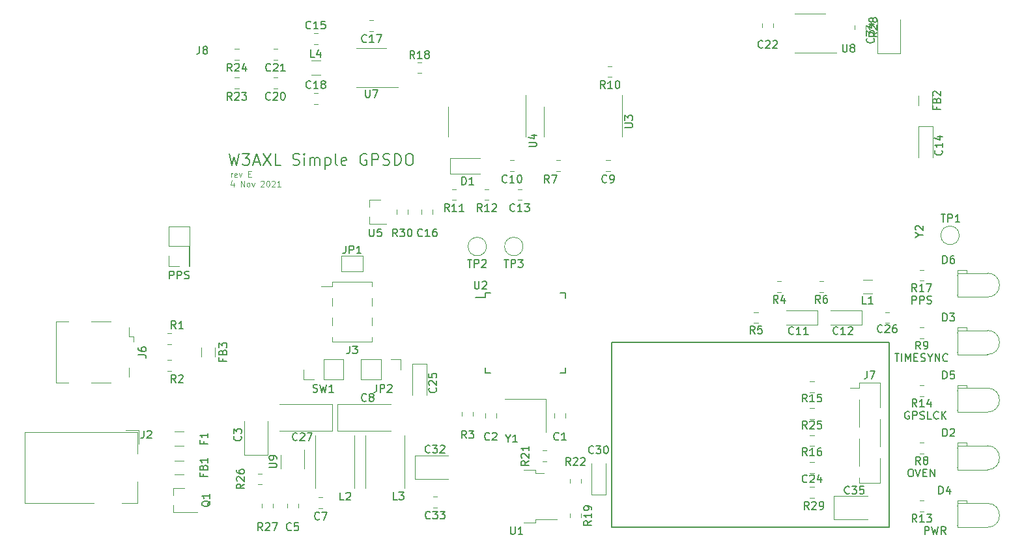
<source format=gbr>
%TF.GenerationSoftware,KiCad,Pcbnew,(5.1.9)-1*%
%TF.CreationDate,2021-11-04T22:37:31-05:00*%
%TF.ProjectId,simple-gpsdo,73696d70-6c65-42d6-9770-73646f2e6b69,E*%
%TF.SameCoordinates,Original*%
%TF.FileFunction,Legend,Top*%
%TF.FilePolarity,Positive*%
%FSLAX46Y46*%
G04 Gerber Fmt 4.6, Leading zero omitted, Abs format (unit mm)*
G04 Created by KiCad (PCBNEW (5.1.9)-1) date 2021-11-04 22:37:31*
%MOMM*%
%LPD*%
G01*
G04 APERTURE LIST*
%ADD10C,0.150000*%
%ADD11C,0.125000*%
%ADD12C,0.200000*%
%ADD13C,0.120000*%
G04 APERTURE END LIST*
D10*
X185261904Y-116202380D02*
X185261904Y-115202380D01*
X185642857Y-115202380D01*
X185738095Y-115250000D01*
X185785714Y-115297619D01*
X185833333Y-115392857D01*
X185833333Y-115535714D01*
X185785714Y-115630952D01*
X185738095Y-115678571D01*
X185642857Y-115726190D01*
X185261904Y-115726190D01*
X186261904Y-116202380D02*
X186261904Y-115202380D01*
X186642857Y-115202380D01*
X186738095Y-115250000D01*
X186785714Y-115297619D01*
X186833333Y-115392857D01*
X186833333Y-115535714D01*
X186785714Y-115630952D01*
X186738095Y-115678571D01*
X186642857Y-115726190D01*
X186261904Y-115726190D01*
X187214285Y-116154761D02*
X187357142Y-116202380D01*
X187595238Y-116202380D01*
X187690476Y-116154761D01*
X187738095Y-116107142D01*
X187785714Y-116011904D01*
X187785714Y-115916666D01*
X187738095Y-115821428D01*
X187690476Y-115773809D01*
X187595238Y-115726190D01*
X187404761Y-115678571D01*
X187309523Y-115630952D01*
X187261904Y-115583333D01*
X187214285Y-115488095D01*
X187214285Y-115392857D01*
X187261904Y-115297619D01*
X187309523Y-115250000D01*
X187404761Y-115202380D01*
X187642857Y-115202380D01*
X187785714Y-115250000D01*
D11*
X96759821Y-99714285D02*
X96759821Y-99214285D01*
X96759821Y-99357142D02*
X96795535Y-99285714D01*
X96831250Y-99250000D01*
X96902678Y-99214285D01*
X96974107Y-99214285D01*
X97509821Y-99678571D02*
X97438392Y-99714285D01*
X97295535Y-99714285D01*
X97224107Y-99678571D01*
X97188392Y-99607142D01*
X97188392Y-99321428D01*
X97224107Y-99250000D01*
X97295535Y-99214285D01*
X97438392Y-99214285D01*
X97509821Y-99250000D01*
X97545535Y-99321428D01*
X97545535Y-99392857D01*
X97188392Y-99464285D01*
X97795535Y-99214285D02*
X97974107Y-99714285D01*
X98152678Y-99214285D01*
X99009821Y-99321428D02*
X99259821Y-99321428D01*
X99366964Y-99714285D02*
X99009821Y-99714285D01*
X99009821Y-98964285D01*
X99366964Y-98964285D01*
X97081250Y-100464285D02*
X97081250Y-100964285D01*
X96902678Y-100178571D02*
X96724107Y-100714285D01*
X97188392Y-100714285D01*
X98045535Y-100964285D02*
X98045535Y-100214285D01*
X98474107Y-100964285D01*
X98474107Y-100214285D01*
X98938392Y-100964285D02*
X98866964Y-100928571D01*
X98831250Y-100892857D01*
X98795535Y-100821428D01*
X98795535Y-100607142D01*
X98831250Y-100535714D01*
X98866964Y-100500000D01*
X98938392Y-100464285D01*
X99045535Y-100464285D01*
X99116964Y-100500000D01*
X99152678Y-100535714D01*
X99188392Y-100607142D01*
X99188392Y-100821428D01*
X99152678Y-100892857D01*
X99116964Y-100928571D01*
X99045535Y-100964285D01*
X98938392Y-100964285D01*
X99438392Y-100464285D02*
X99616964Y-100964285D01*
X99795535Y-100464285D01*
X100616964Y-100285714D02*
X100652678Y-100250000D01*
X100724107Y-100214285D01*
X100902678Y-100214285D01*
X100974107Y-100250000D01*
X101009821Y-100285714D01*
X101045535Y-100357142D01*
X101045535Y-100428571D01*
X101009821Y-100535714D01*
X100581250Y-100964285D01*
X101045535Y-100964285D01*
X101509821Y-100214285D02*
X101581250Y-100214285D01*
X101652678Y-100250000D01*
X101688392Y-100285714D01*
X101724107Y-100357142D01*
X101759821Y-100500000D01*
X101759821Y-100678571D01*
X101724107Y-100821428D01*
X101688392Y-100892857D01*
X101652678Y-100928571D01*
X101581250Y-100964285D01*
X101509821Y-100964285D01*
X101438392Y-100928571D01*
X101402678Y-100892857D01*
X101366964Y-100821428D01*
X101331250Y-100678571D01*
X101331250Y-100500000D01*
X101366964Y-100357142D01*
X101402678Y-100285714D01*
X101438392Y-100250000D01*
X101509821Y-100214285D01*
X102045535Y-100285714D02*
X102081250Y-100250000D01*
X102152678Y-100214285D01*
X102331250Y-100214285D01*
X102402678Y-100250000D01*
X102438392Y-100285714D01*
X102474107Y-100357142D01*
X102474107Y-100428571D01*
X102438392Y-100535714D01*
X102009821Y-100964285D01*
X102474107Y-100964285D01*
X103188392Y-100964285D02*
X102759821Y-100964285D01*
X102974107Y-100964285D02*
X102974107Y-100214285D01*
X102902678Y-100321428D01*
X102831250Y-100392857D01*
X102759821Y-100428571D01*
D12*
X96500000Y-96678571D02*
X96857142Y-98178571D01*
X97142857Y-97107142D01*
X97428571Y-98178571D01*
X97785714Y-96678571D01*
X98214285Y-96678571D02*
X99142857Y-96678571D01*
X98642857Y-97250000D01*
X98857142Y-97250000D01*
X99000000Y-97321428D01*
X99071428Y-97392857D01*
X99142857Y-97535714D01*
X99142857Y-97892857D01*
X99071428Y-98035714D01*
X99000000Y-98107142D01*
X98857142Y-98178571D01*
X98428571Y-98178571D01*
X98285714Y-98107142D01*
X98214285Y-98035714D01*
X99714285Y-97750000D02*
X100428571Y-97750000D01*
X99571428Y-98178571D02*
X100071428Y-96678571D01*
X100571428Y-98178571D01*
X100928571Y-96678571D02*
X101928571Y-98178571D01*
X101928571Y-96678571D02*
X100928571Y-98178571D01*
X103214285Y-98178571D02*
X102500000Y-98178571D01*
X102500000Y-96678571D01*
X104785714Y-98107142D02*
X105000000Y-98178571D01*
X105357142Y-98178571D01*
X105500000Y-98107142D01*
X105571428Y-98035714D01*
X105642857Y-97892857D01*
X105642857Y-97750000D01*
X105571428Y-97607142D01*
X105500000Y-97535714D01*
X105357142Y-97464285D01*
X105071428Y-97392857D01*
X104928571Y-97321428D01*
X104857142Y-97250000D01*
X104785714Y-97107142D01*
X104785714Y-96964285D01*
X104857142Y-96821428D01*
X104928571Y-96750000D01*
X105071428Y-96678571D01*
X105428571Y-96678571D01*
X105642857Y-96750000D01*
X106285714Y-98178571D02*
X106285714Y-97178571D01*
X106285714Y-96678571D02*
X106214285Y-96750000D01*
X106285714Y-96821428D01*
X106357142Y-96750000D01*
X106285714Y-96678571D01*
X106285714Y-96821428D01*
X107000000Y-98178571D02*
X107000000Y-97178571D01*
X107000000Y-97321428D02*
X107071428Y-97250000D01*
X107214285Y-97178571D01*
X107428571Y-97178571D01*
X107571428Y-97250000D01*
X107642857Y-97392857D01*
X107642857Y-98178571D01*
X107642857Y-97392857D02*
X107714285Y-97250000D01*
X107857142Y-97178571D01*
X108071428Y-97178571D01*
X108214285Y-97250000D01*
X108285714Y-97392857D01*
X108285714Y-98178571D01*
X109000000Y-97178571D02*
X109000000Y-98678571D01*
X109000000Y-97250000D02*
X109142857Y-97178571D01*
X109428571Y-97178571D01*
X109571428Y-97250000D01*
X109642857Y-97321428D01*
X109714285Y-97464285D01*
X109714285Y-97892857D01*
X109642857Y-98035714D01*
X109571428Y-98107142D01*
X109428571Y-98178571D01*
X109142857Y-98178571D01*
X109000000Y-98107142D01*
X110571428Y-98178571D02*
X110428571Y-98107142D01*
X110357142Y-97964285D01*
X110357142Y-96678571D01*
X111714285Y-98107142D02*
X111571428Y-98178571D01*
X111285714Y-98178571D01*
X111142857Y-98107142D01*
X111071428Y-97964285D01*
X111071428Y-97392857D01*
X111142857Y-97250000D01*
X111285714Y-97178571D01*
X111571428Y-97178571D01*
X111714285Y-97250000D01*
X111785714Y-97392857D01*
X111785714Y-97535714D01*
X111071428Y-97678571D01*
X114357142Y-96750000D02*
X114214285Y-96678571D01*
X114000000Y-96678571D01*
X113785714Y-96750000D01*
X113642857Y-96892857D01*
X113571428Y-97035714D01*
X113500000Y-97321428D01*
X113500000Y-97535714D01*
X113571428Y-97821428D01*
X113642857Y-97964285D01*
X113785714Y-98107142D01*
X114000000Y-98178571D01*
X114142857Y-98178571D01*
X114357142Y-98107142D01*
X114428571Y-98035714D01*
X114428571Y-97535714D01*
X114142857Y-97535714D01*
X115071428Y-98178571D02*
X115071428Y-96678571D01*
X115642857Y-96678571D01*
X115785714Y-96750000D01*
X115857142Y-96821428D01*
X115928571Y-96964285D01*
X115928571Y-97178571D01*
X115857142Y-97321428D01*
X115785714Y-97392857D01*
X115642857Y-97464285D01*
X115071428Y-97464285D01*
X116500000Y-98107142D02*
X116714285Y-98178571D01*
X117071428Y-98178571D01*
X117214285Y-98107142D01*
X117285714Y-98035714D01*
X117357142Y-97892857D01*
X117357142Y-97750000D01*
X117285714Y-97607142D01*
X117214285Y-97535714D01*
X117071428Y-97464285D01*
X116785714Y-97392857D01*
X116642857Y-97321428D01*
X116571428Y-97250000D01*
X116500000Y-97107142D01*
X116500000Y-96964285D01*
X116571428Y-96821428D01*
X116642857Y-96750000D01*
X116785714Y-96678571D01*
X117142857Y-96678571D01*
X117357142Y-96750000D01*
X118000000Y-98178571D02*
X118000000Y-96678571D01*
X118357142Y-96678571D01*
X118571428Y-96750000D01*
X118714285Y-96892857D01*
X118785714Y-97035714D01*
X118857142Y-97321428D01*
X118857142Y-97535714D01*
X118785714Y-97821428D01*
X118714285Y-97964285D01*
X118571428Y-98107142D01*
X118357142Y-98178571D01*
X118000000Y-98178571D01*
X119785714Y-96678571D02*
X120071428Y-96678571D01*
X120214285Y-96750000D01*
X120357142Y-96892857D01*
X120428571Y-97178571D01*
X120428571Y-97678571D01*
X120357142Y-97964285D01*
X120214285Y-98107142D01*
X120071428Y-98178571D01*
X119785714Y-98178571D01*
X119642857Y-98107142D01*
X119500000Y-97964285D01*
X119428571Y-97678571D01*
X119428571Y-97178571D01*
X119500000Y-96892857D01*
X119642857Y-96750000D01*
X119785714Y-96678571D01*
D10*
X182250000Y-145250000D02*
X182250000Y-121250000D01*
X146250000Y-145250000D02*
X182250000Y-145250000D01*
X146250000Y-121250000D02*
X146250000Y-145250000D01*
X182250000Y-121250000D02*
X146250000Y-121250000D01*
X88761904Y-112952380D02*
X88761904Y-111952380D01*
X89142857Y-111952380D01*
X89238095Y-112000000D01*
X89285714Y-112047619D01*
X89333333Y-112142857D01*
X89333333Y-112285714D01*
X89285714Y-112380952D01*
X89238095Y-112428571D01*
X89142857Y-112476190D01*
X88761904Y-112476190D01*
X89761904Y-112952380D02*
X89761904Y-111952380D01*
X90142857Y-111952380D01*
X90238095Y-112000000D01*
X90285714Y-112047619D01*
X90333333Y-112142857D01*
X90333333Y-112285714D01*
X90285714Y-112380952D01*
X90238095Y-112428571D01*
X90142857Y-112476190D01*
X89761904Y-112476190D01*
X90714285Y-112904761D02*
X90857142Y-112952380D01*
X91095238Y-112952380D01*
X91190476Y-112904761D01*
X91238095Y-112857142D01*
X91285714Y-112761904D01*
X91285714Y-112666666D01*
X91238095Y-112571428D01*
X91190476Y-112523809D01*
X91095238Y-112476190D01*
X90904761Y-112428571D01*
X90809523Y-112380952D01*
X90761904Y-112333333D01*
X90714285Y-112238095D01*
X90714285Y-112142857D01*
X90761904Y-112047619D01*
X90809523Y-112000000D01*
X90904761Y-111952380D01*
X91142857Y-111952380D01*
X91285714Y-112000000D01*
X183023809Y-122702380D02*
X183595238Y-122702380D01*
X183309523Y-123702380D02*
X183309523Y-122702380D01*
X183928571Y-123702380D02*
X183928571Y-122702380D01*
X184404761Y-123702380D02*
X184404761Y-122702380D01*
X184738095Y-123416666D01*
X185071428Y-122702380D01*
X185071428Y-123702380D01*
X185547619Y-123178571D02*
X185880952Y-123178571D01*
X186023809Y-123702380D02*
X185547619Y-123702380D01*
X185547619Y-122702380D01*
X186023809Y-122702380D01*
X186404761Y-123654761D02*
X186547619Y-123702380D01*
X186785714Y-123702380D01*
X186880952Y-123654761D01*
X186928571Y-123607142D01*
X186976190Y-123511904D01*
X186976190Y-123416666D01*
X186928571Y-123321428D01*
X186880952Y-123273809D01*
X186785714Y-123226190D01*
X186595238Y-123178571D01*
X186500000Y-123130952D01*
X186452380Y-123083333D01*
X186404761Y-122988095D01*
X186404761Y-122892857D01*
X186452380Y-122797619D01*
X186500000Y-122750000D01*
X186595238Y-122702380D01*
X186833333Y-122702380D01*
X186976190Y-122750000D01*
X187595238Y-123226190D02*
X187595238Y-123702380D01*
X187261904Y-122702380D02*
X187595238Y-123226190D01*
X187928571Y-122702380D01*
X188261904Y-123702380D02*
X188261904Y-122702380D01*
X188833333Y-123702380D01*
X188833333Y-122702380D01*
X189880952Y-123607142D02*
X189833333Y-123654761D01*
X189690476Y-123702380D01*
X189595238Y-123702380D01*
X189452380Y-123654761D01*
X189357142Y-123559523D01*
X189309523Y-123464285D01*
X189261904Y-123273809D01*
X189261904Y-123130952D01*
X189309523Y-122940476D01*
X189357142Y-122845238D01*
X189452380Y-122750000D01*
X189595238Y-122702380D01*
X189690476Y-122702380D01*
X189833333Y-122750000D01*
X189880952Y-122797619D01*
X184880952Y-130250000D02*
X184785714Y-130202380D01*
X184642857Y-130202380D01*
X184500000Y-130250000D01*
X184404761Y-130345238D01*
X184357142Y-130440476D01*
X184309523Y-130630952D01*
X184309523Y-130773809D01*
X184357142Y-130964285D01*
X184404761Y-131059523D01*
X184500000Y-131154761D01*
X184642857Y-131202380D01*
X184738095Y-131202380D01*
X184880952Y-131154761D01*
X184928571Y-131107142D01*
X184928571Y-130773809D01*
X184738095Y-130773809D01*
X185357142Y-131202380D02*
X185357142Y-130202380D01*
X185738095Y-130202380D01*
X185833333Y-130250000D01*
X185880952Y-130297619D01*
X185928571Y-130392857D01*
X185928571Y-130535714D01*
X185880952Y-130630952D01*
X185833333Y-130678571D01*
X185738095Y-130726190D01*
X185357142Y-130726190D01*
X186309523Y-131154761D02*
X186452380Y-131202380D01*
X186690476Y-131202380D01*
X186785714Y-131154761D01*
X186833333Y-131107142D01*
X186880952Y-131011904D01*
X186880952Y-130916666D01*
X186833333Y-130821428D01*
X186785714Y-130773809D01*
X186690476Y-130726190D01*
X186500000Y-130678571D01*
X186404761Y-130630952D01*
X186357142Y-130583333D01*
X186309523Y-130488095D01*
X186309523Y-130392857D01*
X186357142Y-130297619D01*
X186404761Y-130250000D01*
X186500000Y-130202380D01*
X186738095Y-130202380D01*
X186880952Y-130250000D01*
X187785714Y-131202380D02*
X187309523Y-131202380D01*
X187309523Y-130202380D01*
X188690476Y-131107142D02*
X188642857Y-131154761D01*
X188500000Y-131202380D01*
X188404761Y-131202380D01*
X188261904Y-131154761D01*
X188166666Y-131059523D01*
X188119047Y-130964285D01*
X188071428Y-130773809D01*
X188071428Y-130630952D01*
X188119047Y-130440476D01*
X188166666Y-130345238D01*
X188261904Y-130250000D01*
X188404761Y-130202380D01*
X188500000Y-130202380D01*
X188642857Y-130250000D01*
X188690476Y-130297619D01*
X189119047Y-131202380D02*
X189119047Y-130202380D01*
X189690476Y-131202380D02*
X189261904Y-130630952D01*
X189690476Y-130202380D02*
X189119047Y-130773809D01*
X185000000Y-137702380D02*
X185190476Y-137702380D01*
X185285714Y-137750000D01*
X185380952Y-137845238D01*
X185428571Y-138035714D01*
X185428571Y-138369047D01*
X185380952Y-138559523D01*
X185285714Y-138654761D01*
X185190476Y-138702380D01*
X185000000Y-138702380D01*
X184904761Y-138654761D01*
X184809523Y-138559523D01*
X184761904Y-138369047D01*
X184761904Y-138035714D01*
X184809523Y-137845238D01*
X184904761Y-137750000D01*
X185000000Y-137702380D01*
X185714285Y-137702380D02*
X186047619Y-138702380D01*
X186380952Y-137702380D01*
X186714285Y-138178571D02*
X187047619Y-138178571D01*
X187190476Y-138702380D02*
X186714285Y-138702380D01*
X186714285Y-137702380D01*
X187190476Y-137702380D01*
X187619047Y-138702380D02*
X187619047Y-137702380D01*
X188190476Y-138702380D01*
X188190476Y-137702380D01*
X186916666Y-146202380D02*
X186916666Y-145202380D01*
X187297619Y-145202380D01*
X187392857Y-145250000D01*
X187440476Y-145297619D01*
X187488095Y-145392857D01*
X187488095Y-145535714D01*
X187440476Y-145630952D01*
X187392857Y-145678571D01*
X187297619Y-145726190D01*
X186916666Y-145726190D01*
X187821428Y-145202380D02*
X188059523Y-146202380D01*
X188250000Y-145488095D01*
X188440476Y-146202380D01*
X188678571Y-145202380D01*
X189630952Y-146202380D02*
X189297619Y-145726190D01*
X189059523Y-146202380D02*
X189059523Y-145202380D01*
X189440476Y-145202380D01*
X189535714Y-145250000D01*
X189583333Y-145297619D01*
X189630952Y-145392857D01*
X189630952Y-145535714D01*
X189583333Y-145630952D01*
X189535714Y-145678571D01*
X189440476Y-145726190D01*
X189059523Y-145726190D01*
%TO.C,U2*%
X129825000Y-115400000D02*
X128550000Y-115400000D01*
X140175000Y-114825000D02*
X139500000Y-114825000D01*
X140175000Y-125175000D02*
X139500000Y-125175000D01*
X129825000Y-125175000D02*
X130500000Y-125175000D01*
X129825000Y-114825000D02*
X130500000Y-114825000D01*
X129825000Y-125175000D02*
X129825000Y-124500000D01*
X140175000Y-125175000D02*
X140175000Y-124500000D01*
X140175000Y-114825000D02*
X140175000Y-115500000D01*
X129825000Y-114825000D02*
X129825000Y-115400000D01*
D13*
%TO.C,U3*%
X137440000Y-92500000D02*
X137440000Y-94450000D01*
X137440000Y-92500000D02*
X137440000Y-90550000D01*
X147560000Y-92500000D02*
X147560000Y-94450000D01*
X147560000Y-92500000D02*
X147560000Y-89050000D01*
%TO.C,C1*%
X138790000Y-131011252D02*
X138790000Y-130488748D01*
X140210000Y-131011252D02*
X140210000Y-130488748D01*
%TO.C,C2*%
X129790000Y-130488748D02*
X129790000Y-131011252D01*
X131210000Y-130488748D02*
X131210000Y-131011252D01*
%TO.C,C9*%
X145488748Y-98960000D02*
X146011252Y-98960000D01*
X145488748Y-97540000D02*
X146011252Y-97540000D01*
%TO.C,C10*%
X132988748Y-97540000D02*
X133511252Y-97540000D01*
X132988748Y-98960000D02*
X133511252Y-98960000D01*
%TO.C,C13*%
X134511252Y-102710000D02*
X133988748Y-102710000D01*
X134511252Y-101290000D02*
X133988748Y-101290000D01*
%TO.C,C17*%
X115261252Y-79290000D02*
X114738748Y-79290000D01*
X115261252Y-80710000D02*
X114738748Y-80710000D01*
%TO.C,C20*%
X102238748Y-86790000D02*
X102761252Y-86790000D01*
X102238748Y-88210000D02*
X102761252Y-88210000D01*
%TO.C,C21*%
X102238748Y-84460000D02*
X102761252Y-84460000D01*
X102238748Y-83040000D02*
X102761252Y-83040000D01*
%TO.C,D1*%
X125250000Y-97250000D02*
X129150000Y-97250000D01*
X125250000Y-99250000D02*
X129150000Y-99250000D01*
X125250000Y-97250000D02*
X125250000Y-99250000D01*
%TO.C,F1*%
X90602064Y-132840000D02*
X89397936Y-132840000D01*
X90602064Y-134660000D02*
X89397936Y-134660000D01*
%TO.C,J2*%
X84790000Y-132660000D02*
X84790000Y-134400000D01*
X83050000Y-132660000D02*
X84790000Y-132660000D01*
X84550000Y-142100000D02*
X82550000Y-142100000D01*
X84550000Y-139300000D02*
X84550000Y-142100000D01*
X84550000Y-132900000D02*
X84550000Y-135700000D01*
X69950000Y-132900000D02*
X84550000Y-132900000D01*
X69950000Y-142100000D02*
X69950000Y-132900000D01*
X78950000Y-142100000D02*
X69950000Y-142100000D01*
%TO.C,J3*%
X115100000Y-118010000D02*
X115100000Y-119030000D01*
X109900000Y-118010000D02*
X109900000Y-119030000D01*
X115100000Y-115470000D02*
X115100000Y-116490000D01*
X109900000Y-115470000D02*
X109900000Y-116490000D01*
X115100000Y-120550000D02*
X115100000Y-121120000D01*
X109900000Y-120550000D02*
X109900000Y-121120000D01*
X115100000Y-113380000D02*
X115100000Y-113950000D01*
X109900000Y-113380000D02*
X109900000Y-113950000D01*
X108460000Y-113950000D02*
X109900000Y-113950000D01*
X109900000Y-121120000D02*
X115100000Y-121120000D01*
X109900000Y-113380000D02*
X115100000Y-113380000D01*
%TO.C,JP1*%
X111100000Y-110000000D02*
X113900000Y-110000000D01*
X113900000Y-110000000D02*
X113900000Y-112000000D01*
X113900000Y-112000000D02*
X111100000Y-112000000D01*
X111100000Y-112000000D02*
X111100000Y-110000000D01*
%TO.C,R1*%
X89011252Y-121460000D02*
X88488748Y-121460000D01*
X89011252Y-120040000D02*
X88488748Y-120040000D01*
%TO.C,R2*%
X88488748Y-124960000D02*
X89011252Y-124960000D01*
X88488748Y-123540000D02*
X89011252Y-123540000D01*
%TO.C,R3*%
X126790000Y-130761252D02*
X126790000Y-130238748D01*
X128210000Y-130761252D02*
X128210000Y-130238748D01*
%TO.C,R8*%
X186786252Y-135710000D02*
X186263748Y-135710000D01*
X186786252Y-134290000D02*
X186263748Y-134290000D01*
%TO.C,R9*%
X186786252Y-120710000D02*
X186263748Y-120710000D01*
X186786252Y-119290000D02*
X186263748Y-119290000D01*
%TO.C,R11*%
X125488748Y-102710000D02*
X126011252Y-102710000D01*
X125488748Y-101290000D02*
X126011252Y-101290000D01*
%TO.C,R12*%
X129738748Y-101290000D02*
X130261252Y-101290000D01*
X129738748Y-102710000D02*
X130261252Y-102710000D01*
%TO.C,R13*%
X186786252Y-143210000D02*
X186263748Y-143210000D01*
X186786252Y-141790000D02*
X186263748Y-141790000D01*
%TO.C,R14*%
X186786252Y-126790000D02*
X186263748Y-126790000D01*
X186786252Y-128210000D02*
X186263748Y-128210000D01*
%TO.C,R23*%
X97238748Y-88210000D02*
X97761252Y-88210000D01*
X97238748Y-86790000D02*
X97761252Y-86790000D01*
%TO.C,R24*%
X97238748Y-83040000D02*
X97761252Y-83040000D01*
X97238748Y-84460000D02*
X97761252Y-84460000D01*
%TO.C,U4*%
X135060000Y-92500000D02*
X135060000Y-89050000D01*
X135060000Y-92500000D02*
X135060000Y-94450000D01*
X124940000Y-92500000D02*
X124940000Y-90550000D01*
X124940000Y-92500000D02*
X124940000Y-94450000D01*
%TO.C,U7*%
X115000000Y-82940000D02*
X113050000Y-82940000D01*
X115000000Y-82940000D02*
X116950000Y-82940000D01*
X115000000Y-88060000D02*
X113050000Y-88060000D01*
X115000000Y-88060000D02*
X118450000Y-88060000D01*
%TO.C,C5*%
X105460000Y-142761252D02*
X105460000Y-142238748D01*
X104040000Y-142761252D02*
X104040000Y-142238748D01*
%TO.C,C7*%
X108138748Y-142810000D02*
X108661252Y-142810000D01*
X108138748Y-141390000D02*
X108661252Y-141390000D01*
%TO.C,C22*%
X165790000Y-79738748D02*
X165790000Y-80261252D01*
X167210000Y-79738748D02*
X167210000Y-80261252D01*
%TO.C,C24*%
X171988748Y-138210000D02*
X172511252Y-138210000D01*
X171988748Y-136790000D02*
X172511252Y-136790000D01*
%TO.C,C26*%
X182286252Y-118710000D02*
X181763748Y-118710000D01*
X182286252Y-117290000D02*
X181763748Y-117290000D01*
%TO.C,FB1*%
X89397936Y-136590000D02*
X90602064Y-136590000D01*
X89397936Y-138410000D02*
X90602064Y-138410000D01*
%TO.C,FB2*%
X187910000Y-90364564D02*
X187910000Y-89160436D01*
X186090000Y-90364564D02*
X186090000Y-89160436D01*
%TO.C,J7*%
X178420000Y-126490000D02*
X181080000Y-126490000D01*
X181080000Y-126490000D02*
X181080000Y-129700000D01*
X181080000Y-131220000D02*
X181080000Y-134780000D01*
X181080000Y-136300000D02*
X181080000Y-139510000D01*
X178420000Y-139510000D02*
X181080000Y-139510000D01*
X178420000Y-126490000D02*
X178420000Y-127160000D01*
X178420000Y-128680000D02*
X178420000Y-132240000D01*
X178420000Y-133760000D02*
X178420000Y-137320000D01*
X178420000Y-138840000D02*
X178420000Y-139510000D01*
X177210000Y-127160000D02*
X178420000Y-127160000D01*
%TO.C,JP2*%
X113630000Y-123420000D02*
X113630000Y-126080000D01*
X116230000Y-123420000D02*
X113630000Y-123420000D01*
X116230000Y-126080000D02*
X113630000Y-126080000D01*
X116230000Y-123420000D02*
X116230000Y-126080000D01*
X117500000Y-123420000D02*
X118830000Y-123420000D01*
X118830000Y-123420000D02*
X118830000Y-124750000D01*
%TO.C,L1*%
X178910436Y-113090000D02*
X180114564Y-113090000D01*
X178910436Y-114910000D02*
X180114564Y-114910000D01*
%TO.C,R4*%
X168261252Y-114710000D02*
X167738748Y-114710000D01*
X168261252Y-113290000D02*
X167738748Y-113290000D01*
%TO.C,R5*%
X165236252Y-117290000D02*
X164713748Y-117290000D01*
X165236252Y-118710000D02*
X164713748Y-118710000D01*
%TO.C,R6*%
X173761252Y-114710000D02*
X173238748Y-114710000D01*
X173761252Y-113290000D02*
X173238748Y-113290000D01*
%TO.C,R7*%
X139511252Y-97540000D02*
X138988748Y-97540000D01*
X139511252Y-98960000D02*
X138988748Y-98960000D01*
%TO.C,R10*%
X145738748Y-85290000D02*
X146261252Y-85290000D01*
X145738748Y-86710000D02*
X146261252Y-86710000D01*
%TO.C,R15*%
X171988748Y-127710000D02*
X172511252Y-127710000D01*
X171988748Y-126290000D02*
X172511252Y-126290000D01*
%TO.C,R16*%
X171988748Y-134710000D02*
X172511252Y-134710000D01*
X171988748Y-133290000D02*
X172511252Y-133290000D01*
%TO.C,R25*%
X171988748Y-129790000D02*
X172511252Y-129790000D01*
X171988748Y-131210000D02*
X172511252Y-131210000D01*
%TO.C,TP1*%
X191400000Y-107300000D02*
G75*
G03*
X191400000Y-107300000I-1200000J0D01*
G01*
%TO.C,TP2*%
X129950000Y-108750000D02*
G75*
G03*
X129950000Y-108750000I-1200000J0D01*
G01*
%TO.C,TP3*%
X134700000Y-108750000D02*
G75*
G03*
X134700000Y-108750000I-1200000J0D01*
G01*
%TO.C,U8*%
X172000000Y-78440000D02*
X170050000Y-78440000D01*
X172000000Y-78440000D02*
X173950000Y-78440000D01*
X172000000Y-83560000D02*
X170050000Y-83560000D01*
X172000000Y-83560000D02*
X175450000Y-83560000D01*
%TO.C,Y1*%
X137700000Y-132900000D02*
X137700000Y-128600000D01*
X137700000Y-128600000D02*
X132300000Y-128600000D01*
%TO.C,R26*%
X100761252Y-139710000D02*
X100238748Y-139710000D01*
X100761252Y-138290000D02*
X100238748Y-138290000D01*
%TO.C,R27*%
X100790000Y-142238748D02*
X100790000Y-142761252D01*
X102210000Y-142238748D02*
X102210000Y-142761252D01*
%TO.C,U9*%
X103190000Y-135870000D02*
X103190000Y-137630000D01*
X106260000Y-137630000D02*
X106260000Y-135200000D01*
%TO.C,L2*%
X107700000Y-140200000D02*
X107700000Y-133300000D01*
X112800000Y-140200000D02*
X112800000Y-133300000D01*
%TO.C,C33*%
X123511252Y-142710000D02*
X122988748Y-142710000D01*
X123511252Y-141290000D02*
X122988748Y-141290000D01*
%TO.C,L3*%
X114200000Y-140200000D02*
X114200000Y-133300000D01*
X119300000Y-140200000D02*
X119300000Y-133300000D01*
%TO.C,Q1*%
X89240000Y-140170000D02*
X90700000Y-140170000D01*
X89240000Y-143330000D02*
X92400000Y-143330000D01*
X89240000Y-143330000D02*
X89240000Y-142400000D01*
X89240000Y-140170000D02*
X89240000Y-141100000D01*
%TO.C,J1*%
X88670000Y-111330000D02*
X88670000Y-110000000D01*
X90000000Y-111330000D02*
X88670000Y-111330000D01*
X88670000Y-108730000D02*
X88670000Y-106130000D01*
X91270000Y-108730000D02*
X88670000Y-108730000D01*
X91270000Y-111330000D02*
X91270000Y-108730000D01*
X88670000Y-106130000D02*
X91330000Y-106130000D01*
X91270000Y-111330000D02*
X91330000Y-111330000D01*
X91330000Y-111330000D02*
X91330000Y-106130000D01*
%TO.C,R28*%
X179210000Y-80511252D02*
X179210000Y-79988748D01*
X177790000Y-80511252D02*
X177790000Y-79988748D01*
%TO.C,R29*%
X171988748Y-140040000D02*
X172511252Y-140040000D01*
X171988748Y-141460000D02*
X172511252Y-141460000D01*
%TO.C,D2*%
X191080000Y-134960000D02*
X191080000Y-134960000D01*
X191210000Y-134960000D02*
X191080000Y-134960000D01*
X191210000Y-134960000D02*
X191210000Y-134960000D01*
X191080000Y-134960000D02*
X191210000Y-134960000D01*
X191080000Y-137500000D02*
X191080000Y-137500000D01*
X191210000Y-137500000D02*
X191080000Y-137500000D01*
X191210000Y-137500000D02*
X191210000Y-137500000D01*
X191080000Y-137500000D02*
X191210000Y-137500000D01*
X191210000Y-134670000D02*
X191210000Y-134270000D01*
X192330000Y-134670000D02*
X191210000Y-134670000D01*
X192330000Y-134270000D02*
X192330000Y-134670000D01*
X191210000Y-134270000D02*
X192330000Y-134270000D01*
X191210000Y-137790000D02*
X191210000Y-134670000D01*
X191210000Y-134670000D02*
X195070000Y-134670000D01*
X191210000Y-137790000D02*
X195070000Y-137790000D01*
X195070000Y-134670000D02*
G75*
G02*
X195070000Y-137790000I0J-1560000D01*
G01*
%TO.C,D3*%
X191210000Y-122790000D02*
X195070000Y-122790000D01*
X191210000Y-119670000D02*
X195070000Y-119670000D01*
X191210000Y-122790000D02*
X191210000Y-119670000D01*
X191210000Y-119270000D02*
X192330000Y-119270000D01*
X192330000Y-119270000D02*
X192330000Y-119670000D01*
X192330000Y-119670000D02*
X191210000Y-119670000D01*
X191210000Y-119670000D02*
X191210000Y-119270000D01*
X191080000Y-122500000D02*
X191210000Y-122500000D01*
X191210000Y-122500000D02*
X191210000Y-122500000D01*
X191210000Y-122500000D02*
X191080000Y-122500000D01*
X191080000Y-122500000D02*
X191080000Y-122500000D01*
X191080000Y-119960000D02*
X191210000Y-119960000D01*
X191210000Y-119960000D02*
X191210000Y-119960000D01*
X191210000Y-119960000D02*
X191080000Y-119960000D01*
X191080000Y-119960000D02*
X191080000Y-119960000D01*
X195070000Y-119670000D02*
G75*
G02*
X195070000Y-122790000I0J-1560000D01*
G01*
%TO.C,D4*%
X191080000Y-142460000D02*
X191080000Y-142460000D01*
X191210000Y-142460000D02*
X191080000Y-142460000D01*
X191210000Y-142460000D02*
X191210000Y-142460000D01*
X191080000Y-142460000D02*
X191210000Y-142460000D01*
X191080000Y-145000000D02*
X191080000Y-145000000D01*
X191210000Y-145000000D02*
X191080000Y-145000000D01*
X191210000Y-145000000D02*
X191210000Y-145000000D01*
X191080000Y-145000000D02*
X191210000Y-145000000D01*
X191210000Y-142170000D02*
X191210000Y-141770000D01*
X192330000Y-142170000D02*
X191210000Y-142170000D01*
X192330000Y-141770000D02*
X192330000Y-142170000D01*
X191210000Y-141770000D02*
X192330000Y-141770000D01*
X191210000Y-145290000D02*
X191210000Y-142170000D01*
X191210000Y-142170000D02*
X195070000Y-142170000D01*
X191210000Y-145290000D02*
X195070000Y-145290000D01*
X195070000Y-142170000D02*
G75*
G02*
X195070000Y-145290000I0J-1560000D01*
G01*
%TO.C,D5*%
X191210000Y-130290000D02*
X195070000Y-130290000D01*
X191210000Y-127170000D02*
X195070000Y-127170000D01*
X191210000Y-130290000D02*
X191210000Y-127170000D01*
X191210000Y-126770000D02*
X192330000Y-126770000D01*
X192330000Y-126770000D02*
X192330000Y-127170000D01*
X192330000Y-127170000D02*
X191210000Y-127170000D01*
X191210000Y-127170000D02*
X191210000Y-126770000D01*
X191080000Y-130000000D02*
X191210000Y-130000000D01*
X191210000Y-130000000D02*
X191210000Y-130000000D01*
X191210000Y-130000000D02*
X191080000Y-130000000D01*
X191080000Y-130000000D02*
X191080000Y-130000000D01*
X191080000Y-127460000D02*
X191210000Y-127460000D01*
X191210000Y-127460000D02*
X191210000Y-127460000D01*
X191210000Y-127460000D02*
X191080000Y-127460000D01*
X191080000Y-127460000D02*
X191080000Y-127460000D01*
X195070000Y-127170000D02*
G75*
G02*
X195070000Y-130290000I0J-1560000D01*
G01*
%TO.C,FB3*%
X94660000Y-121897936D02*
X94660000Y-123102064D01*
X92840000Y-121897936D02*
X92840000Y-123102064D01*
%TO.C,J6*%
X78550000Y-118540000D02*
X81150000Y-118540000D01*
X81150000Y-126460000D02*
X78550000Y-126460000D01*
X83460000Y-119300000D02*
X83460000Y-120450000D01*
X83460000Y-120450000D02*
X84050000Y-120450000D01*
X84050000Y-120450000D02*
X84050000Y-121150000D01*
X83460000Y-124550000D02*
X83460000Y-125700000D01*
X75650000Y-118540000D02*
X73990000Y-118540000D01*
X73990000Y-118540000D02*
X73990000Y-126460000D01*
X73990000Y-126460000D02*
X75650000Y-126460000D01*
%TO.C,SW1*%
X111370000Y-126080000D02*
X111370000Y-123420000D01*
X108770000Y-126080000D02*
X111370000Y-126080000D01*
X108770000Y-123420000D02*
X111370000Y-123420000D01*
X108770000Y-126080000D02*
X108770000Y-123420000D01*
X107500000Y-126080000D02*
X106170000Y-126080000D01*
X106170000Y-126080000D02*
X106170000Y-124750000D01*
%TO.C,D6*%
X191210000Y-115330000D02*
X195070000Y-115330000D01*
X191210000Y-112210000D02*
X195070000Y-112210000D01*
X191210000Y-115330000D02*
X191210000Y-112210000D01*
X191210000Y-111810000D02*
X192330000Y-111810000D01*
X192330000Y-111810000D02*
X192330000Y-112210000D01*
X192330000Y-112210000D02*
X191210000Y-112210000D01*
X191210000Y-112210000D02*
X191210000Y-111810000D01*
X191080000Y-115040000D02*
X191210000Y-115040000D01*
X191210000Y-115040000D02*
X191210000Y-115040000D01*
X191210000Y-115040000D02*
X191080000Y-115040000D01*
X191080000Y-115040000D02*
X191080000Y-115040000D01*
X191080000Y-112500000D02*
X191210000Y-112500000D01*
X191210000Y-112500000D02*
X191210000Y-112500000D01*
X191210000Y-112500000D02*
X191080000Y-112500000D01*
X191080000Y-112500000D02*
X191080000Y-112500000D01*
X195070000Y-112210000D02*
G75*
G02*
X195070000Y-115330000I0J-1560000D01*
G01*
%TO.C,R17*%
X186761252Y-113210000D02*
X186238748Y-113210000D01*
X186761252Y-111790000D02*
X186238748Y-111790000D01*
%TO.C,C3*%
X98490000Y-131500000D02*
X98490000Y-135885000D01*
X98490000Y-135885000D02*
X101510000Y-135885000D01*
X101510000Y-135885000D02*
X101510000Y-131500000D01*
%TO.C,C8*%
X110565000Y-132710000D02*
X117500000Y-132710000D01*
X110565000Y-129290000D02*
X110565000Y-132710000D01*
X117500000Y-129290000D02*
X110565000Y-129290000D01*
%TO.C,C27*%
X103000000Y-132710000D02*
X109935000Y-132710000D01*
X109935000Y-132710000D02*
X109935000Y-129290000D01*
X109935000Y-129290000D02*
X103000000Y-129290000D01*
%TO.C,C32*%
X125000000Y-135990000D02*
X120615000Y-135990000D01*
X120615000Y-135990000D02*
X120615000Y-139010000D01*
X120615000Y-139010000D02*
X125000000Y-139010000D01*
%TO.C,C34*%
X183760000Y-83635000D02*
X183760000Y-79250000D01*
X180740000Y-83635000D02*
X183760000Y-83635000D01*
X180740000Y-79250000D02*
X180740000Y-83635000D01*
%TO.C,C35*%
X175115000Y-144260000D02*
X179500000Y-144260000D01*
X175115000Y-141240000D02*
X175115000Y-144260000D01*
X179500000Y-141240000D02*
X175115000Y-141240000D01*
%TO.C,C11*%
X172985000Y-117065000D02*
X168900000Y-117065000D01*
X172985000Y-118935000D02*
X172985000Y-117065000D01*
X168900000Y-118935000D02*
X172985000Y-118935000D01*
%TO.C,C12*%
X174675001Y-118935000D02*
X178760001Y-118935000D01*
X178760001Y-118935000D02*
X178760001Y-117065000D01*
X178760001Y-117065000D02*
X174675001Y-117065000D01*
%TO.C,C14*%
X187935000Y-97200000D02*
X187935000Y-93115000D01*
X187935000Y-93115000D02*
X186065000Y-93115000D01*
X186065000Y-93115000D02*
X186065000Y-97200000D01*
%TO.C,C25*%
X120315000Y-124027500D02*
X120315000Y-128112500D01*
X122185000Y-124027500D02*
X120315000Y-124027500D01*
X122185000Y-128112500D02*
X122185000Y-124027500D01*
%TO.C,C30*%
X145435000Y-141047500D02*
X145435000Y-136962500D01*
X143565000Y-141047500D02*
X145435000Y-141047500D01*
X143565000Y-136962500D02*
X143565000Y-141047500D01*
%TO.C,R19*%
X142210000Y-143513748D02*
X142210000Y-144036252D01*
X140790000Y-143513748D02*
X140790000Y-144036252D01*
%TO.C,R21*%
X137761252Y-135290000D02*
X137238748Y-135290000D01*
X137761252Y-136710000D02*
X137238748Y-136710000D01*
%TO.C,R22*%
X140790000Y-138988748D02*
X140790000Y-139511252D01*
X142210000Y-138988748D02*
X142210000Y-139511252D01*
%TO.C,U1*%
X136320000Y-138270000D02*
X137420000Y-138270000D01*
X136320000Y-137800000D02*
X136320000Y-138270000D01*
X134820000Y-137800000D02*
X136320000Y-137800000D01*
X136320000Y-144230000D02*
X139150000Y-144230000D01*
X136320000Y-144700000D02*
X136320000Y-144230000D01*
X134820000Y-144700000D02*
X136320000Y-144700000D01*
%TO.C,R30*%
X119710000Y-104511252D02*
X119710000Y-103988748D01*
X118290000Y-104511252D02*
X118290000Y-103988748D01*
%TO.C,U5*%
X114740000Y-102670000D02*
X116200000Y-102670000D01*
X114740000Y-105830000D02*
X116900000Y-105830000D01*
X114740000Y-105830000D02*
X114740000Y-104900000D01*
X114740000Y-102670000D02*
X114740000Y-103600000D01*
%TO.C,C16*%
X121540000Y-103988748D02*
X121540000Y-104511252D01*
X122960000Y-103988748D02*
X122960000Y-104511252D01*
%TO.C,C15*%
X107488748Y-82460000D02*
X108011252Y-82460000D01*
X107488748Y-81040000D02*
X108011252Y-81040000D01*
%TO.C,C18*%
X108011252Y-90210000D02*
X107488748Y-90210000D01*
X108011252Y-88790000D02*
X107488748Y-88790000D01*
%TO.C,L4*%
X107147936Y-86410000D02*
X108352064Y-86410000D01*
X107147936Y-84590000D02*
X108352064Y-84590000D01*
%TO.C,R18*%
X120988748Y-86210000D02*
X121511252Y-86210000D01*
X120988748Y-84790000D02*
X121511252Y-84790000D01*
%TO.C,U2*%
D10*
X128404464Y-113265196D02*
X128404464Y-114074720D01*
X128452083Y-114169958D01*
X128499702Y-114217577D01*
X128594940Y-114265196D01*
X128785416Y-114265196D01*
X128880654Y-114217577D01*
X128928273Y-114169958D01*
X128975892Y-114074720D01*
X128975892Y-113265196D01*
X129404464Y-113360435D02*
X129452083Y-113312816D01*
X129547321Y-113265196D01*
X129785416Y-113265196D01*
X129880654Y-113312816D01*
X129928273Y-113360435D01*
X129975892Y-113455673D01*
X129975892Y-113550911D01*
X129928273Y-113693768D01*
X129356845Y-114265196D01*
X129975892Y-114265196D01*
%TO.C,Y2*%
X186226190Y-107226190D02*
X186702380Y-107226190D01*
X185702380Y-107559523D02*
X186226190Y-107226190D01*
X185702380Y-106892857D01*
X185797619Y-106607142D02*
X185750000Y-106559523D01*
X185702380Y-106464285D01*
X185702380Y-106226190D01*
X185750000Y-106130952D01*
X185797619Y-106083333D01*
X185892857Y-106035714D01*
X185988095Y-106035714D01*
X186130952Y-106083333D01*
X186702380Y-106654761D01*
X186702380Y-106035714D01*
%TO.C,U3*%
X147952380Y-93261904D02*
X148761904Y-93261904D01*
X148857142Y-93214285D01*
X148904761Y-93166666D01*
X148952380Y-93071428D01*
X148952380Y-92880952D01*
X148904761Y-92785714D01*
X148857142Y-92738095D01*
X148761904Y-92690476D01*
X147952380Y-92690476D01*
X147952380Y-92309523D02*
X147952380Y-91690476D01*
X148333333Y-92023809D01*
X148333333Y-91880952D01*
X148380952Y-91785714D01*
X148428571Y-91738095D01*
X148523809Y-91690476D01*
X148761904Y-91690476D01*
X148857142Y-91738095D01*
X148904761Y-91785714D01*
X148952380Y-91880952D01*
X148952380Y-92166666D01*
X148904761Y-92261904D01*
X148857142Y-92309523D01*
%TO.C,C1*%
X139333333Y-133857142D02*
X139285714Y-133904761D01*
X139142857Y-133952380D01*
X139047619Y-133952380D01*
X138904761Y-133904761D01*
X138809523Y-133809523D01*
X138761904Y-133714285D01*
X138714285Y-133523809D01*
X138714285Y-133380952D01*
X138761904Y-133190476D01*
X138809523Y-133095238D01*
X138904761Y-133000000D01*
X139047619Y-132952380D01*
X139142857Y-132952380D01*
X139285714Y-133000000D01*
X139333333Y-133047619D01*
X140285714Y-133952380D02*
X139714285Y-133952380D01*
X140000000Y-133952380D02*
X140000000Y-132952380D01*
X139904761Y-133095238D01*
X139809523Y-133190476D01*
X139714285Y-133238095D01*
%TO.C,C2*%
X130333333Y-133857142D02*
X130285714Y-133904761D01*
X130142857Y-133952380D01*
X130047619Y-133952380D01*
X129904761Y-133904761D01*
X129809523Y-133809523D01*
X129761904Y-133714285D01*
X129714285Y-133523809D01*
X129714285Y-133380952D01*
X129761904Y-133190476D01*
X129809523Y-133095238D01*
X129904761Y-133000000D01*
X130047619Y-132952380D01*
X130142857Y-132952380D01*
X130285714Y-133000000D01*
X130333333Y-133047619D01*
X130714285Y-133047619D02*
X130761904Y-133000000D01*
X130857142Y-132952380D01*
X131095238Y-132952380D01*
X131190476Y-133000000D01*
X131238095Y-133047619D01*
X131285714Y-133142857D01*
X131285714Y-133238095D01*
X131238095Y-133380952D01*
X130666666Y-133952380D01*
X131285714Y-133952380D01*
%TO.C,C9*%
X145583333Y-100357142D02*
X145535714Y-100404761D01*
X145392857Y-100452380D01*
X145297619Y-100452380D01*
X145154761Y-100404761D01*
X145059523Y-100309523D01*
X145011904Y-100214285D01*
X144964285Y-100023809D01*
X144964285Y-99880952D01*
X145011904Y-99690476D01*
X145059523Y-99595238D01*
X145154761Y-99500000D01*
X145297619Y-99452380D01*
X145392857Y-99452380D01*
X145535714Y-99500000D01*
X145583333Y-99547619D01*
X146059523Y-100452380D02*
X146250000Y-100452380D01*
X146345238Y-100404761D01*
X146392857Y-100357142D01*
X146488095Y-100214285D01*
X146535714Y-100023809D01*
X146535714Y-99642857D01*
X146488095Y-99547619D01*
X146440476Y-99500000D01*
X146345238Y-99452380D01*
X146154761Y-99452380D01*
X146059523Y-99500000D01*
X146011904Y-99547619D01*
X145964285Y-99642857D01*
X145964285Y-99880952D01*
X146011904Y-99976190D01*
X146059523Y-100023809D01*
X146154761Y-100071428D01*
X146345238Y-100071428D01*
X146440476Y-100023809D01*
X146488095Y-99976190D01*
X146535714Y-99880952D01*
%TO.C,C10*%
X132607142Y-100357142D02*
X132559523Y-100404761D01*
X132416666Y-100452380D01*
X132321428Y-100452380D01*
X132178571Y-100404761D01*
X132083333Y-100309523D01*
X132035714Y-100214285D01*
X131988095Y-100023809D01*
X131988095Y-99880952D01*
X132035714Y-99690476D01*
X132083333Y-99595238D01*
X132178571Y-99500000D01*
X132321428Y-99452380D01*
X132416666Y-99452380D01*
X132559523Y-99500000D01*
X132607142Y-99547619D01*
X133559523Y-100452380D02*
X132988095Y-100452380D01*
X133273809Y-100452380D02*
X133273809Y-99452380D01*
X133178571Y-99595238D01*
X133083333Y-99690476D01*
X132988095Y-99738095D01*
X134178571Y-99452380D02*
X134273809Y-99452380D01*
X134369047Y-99500000D01*
X134416666Y-99547619D01*
X134464285Y-99642857D01*
X134511904Y-99833333D01*
X134511904Y-100071428D01*
X134464285Y-100261904D01*
X134416666Y-100357142D01*
X134369047Y-100404761D01*
X134273809Y-100452380D01*
X134178571Y-100452380D01*
X134083333Y-100404761D01*
X134035714Y-100357142D01*
X133988095Y-100261904D01*
X133940476Y-100071428D01*
X133940476Y-99833333D01*
X133988095Y-99642857D01*
X134035714Y-99547619D01*
X134083333Y-99500000D01*
X134178571Y-99452380D01*
%TO.C,C13*%
X133607142Y-104107142D02*
X133559523Y-104154761D01*
X133416666Y-104202380D01*
X133321428Y-104202380D01*
X133178571Y-104154761D01*
X133083333Y-104059523D01*
X133035714Y-103964285D01*
X132988095Y-103773809D01*
X132988095Y-103630952D01*
X133035714Y-103440476D01*
X133083333Y-103345238D01*
X133178571Y-103250000D01*
X133321428Y-103202380D01*
X133416666Y-103202380D01*
X133559523Y-103250000D01*
X133607142Y-103297619D01*
X134559523Y-104202380D02*
X133988095Y-104202380D01*
X134273809Y-104202380D02*
X134273809Y-103202380D01*
X134178571Y-103345238D01*
X134083333Y-103440476D01*
X133988095Y-103488095D01*
X134892857Y-103202380D02*
X135511904Y-103202380D01*
X135178571Y-103583333D01*
X135321428Y-103583333D01*
X135416666Y-103630952D01*
X135464285Y-103678571D01*
X135511904Y-103773809D01*
X135511904Y-104011904D01*
X135464285Y-104107142D01*
X135416666Y-104154761D01*
X135321428Y-104202380D01*
X135035714Y-104202380D01*
X134940476Y-104154761D01*
X134892857Y-104107142D01*
%TO.C,C17*%
X114357142Y-82107142D02*
X114309523Y-82154761D01*
X114166666Y-82202380D01*
X114071428Y-82202380D01*
X113928571Y-82154761D01*
X113833333Y-82059523D01*
X113785714Y-81964285D01*
X113738095Y-81773809D01*
X113738095Y-81630952D01*
X113785714Y-81440476D01*
X113833333Y-81345238D01*
X113928571Y-81250000D01*
X114071428Y-81202380D01*
X114166666Y-81202380D01*
X114309523Y-81250000D01*
X114357142Y-81297619D01*
X115309523Y-82202380D02*
X114738095Y-82202380D01*
X115023809Y-82202380D02*
X115023809Y-81202380D01*
X114928571Y-81345238D01*
X114833333Y-81440476D01*
X114738095Y-81488095D01*
X115642857Y-81202380D02*
X116309523Y-81202380D01*
X115880952Y-82202380D01*
%TO.C,C20*%
X101857142Y-89607142D02*
X101809523Y-89654761D01*
X101666666Y-89702380D01*
X101571428Y-89702380D01*
X101428571Y-89654761D01*
X101333333Y-89559523D01*
X101285714Y-89464285D01*
X101238095Y-89273809D01*
X101238095Y-89130952D01*
X101285714Y-88940476D01*
X101333333Y-88845238D01*
X101428571Y-88750000D01*
X101571428Y-88702380D01*
X101666666Y-88702380D01*
X101809523Y-88750000D01*
X101857142Y-88797619D01*
X102238095Y-88797619D02*
X102285714Y-88750000D01*
X102380952Y-88702380D01*
X102619047Y-88702380D01*
X102714285Y-88750000D01*
X102761904Y-88797619D01*
X102809523Y-88892857D01*
X102809523Y-88988095D01*
X102761904Y-89130952D01*
X102190476Y-89702380D01*
X102809523Y-89702380D01*
X103428571Y-88702380D02*
X103523809Y-88702380D01*
X103619047Y-88750000D01*
X103666666Y-88797619D01*
X103714285Y-88892857D01*
X103761904Y-89083333D01*
X103761904Y-89321428D01*
X103714285Y-89511904D01*
X103666666Y-89607142D01*
X103619047Y-89654761D01*
X103523809Y-89702380D01*
X103428571Y-89702380D01*
X103333333Y-89654761D01*
X103285714Y-89607142D01*
X103238095Y-89511904D01*
X103190476Y-89321428D01*
X103190476Y-89083333D01*
X103238095Y-88892857D01*
X103285714Y-88797619D01*
X103333333Y-88750000D01*
X103428571Y-88702380D01*
%TO.C,C21*%
X101882142Y-85857142D02*
X101834523Y-85904761D01*
X101691666Y-85952380D01*
X101596428Y-85952380D01*
X101453571Y-85904761D01*
X101358333Y-85809523D01*
X101310714Y-85714285D01*
X101263095Y-85523809D01*
X101263095Y-85380952D01*
X101310714Y-85190476D01*
X101358333Y-85095238D01*
X101453571Y-85000000D01*
X101596428Y-84952380D01*
X101691666Y-84952380D01*
X101834523Y-85000000D01*
X101882142Y-85047619D01*
X102263095Y-85047619D02*
X102310714Y-85000000D01*
X102405952Y-84952380D01*
X102644047Y-84952380D01*
X102739285Y-85000000D01*
X102786904Y-85047619D01*
X102834523Y-85142857D01*
X102834523Y-85238095D01*
X102786904Y-85380952D01*
X102215476Y-85952380D01*
X102834523Y-85952380D01*
X103786904Y-85952380D02*
X103215476Y-85952380D01*
X103501190Y-85952380D02*
X103501190Y-84952380D01*
X103405952Y-85095238D01*
X103310714Y-85190476D01*
X103215476Y-85238095D01*
%TO.C,D1*%
X126761904Y-100702380D02*
X126761904Y-99702380D01*
X127000000Y-99702380D01*
X127142857Y-99750000D01*
X127238095Y-99845238D01*
X127285714Y-99940476D01*
X127333333Y-100130952D01*
X127333333Y-100273809D01*
X127285714Y-100464285D01*
X127238095Y-100559523D01*
X127142857Y-100654761D01*
X127000000Y-100702380D01*
X126761904Y-100702380D01*
X128285714Y-100702380D02*
X127714285Y-100702380D01*
X128000000Y-100702380D02*
X128000000Y-99702380D01*
X127904761Y-99845238D01*
X127809523Y-99940476D01*
X127714285Y-99988095D01*
%TO.C,F1*%
X93178571Y-134083333D02*
X93178571Y-134416666D01*
X93702380Y-134416666D02*
X92702380Y-134416666D01*
X92702380Y-133940476D01*
X93702380Y-133035714D02*
X93702380Y-133607142D01*
X93702380Y-133321428D02*
X92702380Y-133321428D01*
X92845238Y-133416666D01*
X92940476Y-133511904D01*
X92988095Y-133607142D01*
%TO.C,J2*%
X85416666Y-132702380D02*
X85416666Y-133416666D01*
X85369047Y-133559523D01*
X85273809Y-133654761D01*
X85130952Y-133702380D01*
X85035714Y-133702380D01*
X85845238Y-132797619D02*
X85892857Y-132750000D01*
X85988095Y-132702380D01*
X86226190Y-132702380D01*
X86321428Y-132750000D01*
X86369047Y-132797619D01*
X86416666Y-132892857D01*
X86416666Y-132988095D01*
X86369047Y-133130952D01*
X85797619Y-133702380D01*
X86416666Y-133702380D01*
%TO.C,J3*%
X112166666Y-121702380D02*
X112166666Y-122416666D01*
X112119047Y-122559523D01*
X112023809Y-122654761D01*
X111880952Y-122702380D01*
X111785714Y-122702380D01*
X112547619Y-121702380D02*
X113166666Y-121702380D01*
X112833333Y-122083333D01*
X112976190Y-122083333D01*
X113071428Y-122130952D01*
X113119047Y-122178571D01*
X113166666Y-122273809D01*
X113166666Y-122511904D01*
X113119047Y-122607142D01*
X113071428Y-122654761D01*
X112976190Y-122702380D01*
X112690476Y-122702380D01*
X112595238Y-122654761D01*
X112547619Y-122607142D01*
%TO.C,JP1*%
X111666666Y-108652380D02*
X111666666Y-109366666D01*
X111619047Y-109509523D01*
X111523809Y-109604761D01*
X111380952Y-109652380D01*
X111285714Y-109652380D01*
X112142857Y-109652380D02*
X112142857Y-108652380D01*
X112523809Y-108652380D01*
X112619047Y-108700000D01*
X112666666Y-108747619D01*
X112714285Y-108842857D01*
X112714285Y-108985714D01*
X112666666Y-109080952D01*
X112619047Y-109128571D01*
X112523809Y-109176190D01*
X112142857Y-109176190D01*
X113666666Y-109652380D02*
X113095238Y-109652380D01*
X113380952Y-109652380D02*
X113380952Y-108652380D01*
X113285714Y-108795238D01*
X113190476Y-108890476D01*
X113095238Y-108938095D01*
%TO.C,R1*%
X89583333Y-119452380D02*
X89250000Y-118976190D01*
X89011904Y-119452380D02*
X89011904Y-118452380D01*
X89392857Y-118452380D01*
X89488095Y-118500000D01*
X89535714Y-118547619D01*
X89583333Y-118642857D01*
X89583333Y-118785714D01*
X89535714Y-118880952D01*
X89488095Y-118928571D01*
X89392857Y-118976190D01*
X89011904Y-118976190D01*
X90535714Y-119452380D02*
X89964285Y-119452380D01*
X90250000Y-119452380D02*
X90250000Y-118452380D01*
X90154761Y-118595238D01*
X90059523Y-118690476D01*
X89964285Y-118738095D01*
%TO.C,R2*%
X89558333Y-126452380D02*
X89225000Y-125976190D01*
X88986904Y-126452380D02*
X88986904Y-125452380D01*
X89367857Y-125452380D01*
X89463095Y-125500000D01*
X89510714Y-125547619D01*
X89558333Y-125642857D01*
X89558333Y-125785714D01*
X89510714Y-125880952D01*
X89463095Y-125928571D01*
X89367857Y-125976190D01*
X88986904Y-125976190D01*
X89939285Y-125547619D02*
X89986904Y-125500000D01*
X90082142Y-125452380D01*
X90320238Y-125452380D01*
X90415476Y-125500000D01*
X90463095Y-125547619D01*
X90510714Y-125642857D01*
X90510714Y-125738095D01*
X90463095Y-125880952D01*
X89891666Y-126452380D01*
X90510714Y-126452380D01*
%TO.C,R3*%
X127333333Y-133702380D02*
X127000000Y-133226190D01*
X126761904Y-133702380D02*
X126761904Y-132702380D01*
X127142857Y-132702380D01*
X127238095Y-132750000D01*
X127285714Y-132797619D01*
X127333333Y-132892857D01*
X127333333Y-133035714D01*
X127285714Y-133130952D01*
X127238095Y-133178571D01*
X127142857Y-133226190D01*
X126761904Y-133226190D01*
X127666666Y-132702380D02*
X128285714Y-132702380D01*
X127952380Y-133083333D01*
X128095238Y-133083333D01*
X128190476Y-133130952D01*
X128238095Y-133178571D01*
X128285714Y-133273809D01*
X128285714Y-133511904D01*
X128238095Y-133607142D01*
X128190476Y-133654761D01*
X128095238Y-133702380D01*
X127809523Y-133702380D01*
X127714285Y-133654761D01*
X127666666Y-133607142D01*
%TO.C,R8*%
X186358333Y-137102380D02*
X186025000Y-136626190D01*
X185786904Y-137102380D02*
X185786904Y-136102380D01*
X186167857Y-136102380D01*
X186263095Y-136150000D01*
X186310714Y-136197619D01*
X186358333Y-136292857D01*
X186358333Y-136435714D01*
X186310714Y-136530952D01*
X186263095Y-136578571D01*
X186167857Y-136626190D01*
X185786904Y-136626190D01*
X186929761Y-136530952D02*
X186834523Y-136483333D01*
X186786904Y-136435714D01*
X186739285Y-136340476D01*
X186739285Y-136292857D01*
X186786904Y-136197619D01*
X186834523Y-136150000D01*
X186929761Y-136102380D01*
X187120238Y-136102380D01*
X187215476Y-136150000D01*
X187263095Y-136197619D01*
X187310714Y-136292857D01*
X187310714Y-136340476D01*
X187263095Y-136435714D01*
X187215476Y-136483333D01*
X187120238Y-136530952D01*
X186929761Y-136530952D01*
X186834523Y-136578571D01*
X186786904Y-136626190D01*
X186739285Y-136721428D01*
X186739285Y-136911904D01*
X186786904Y-137007142D01*
X186834523Y-137054761D01*
X186929761Y-137102380D01*
X187120238Y-137102380D01*
X187215476Y-137054761D01*
X187263095Y-137007142D01*
X187310714Y-136911904D01*
X187310714Y-136721428D01*
X187263095Y-136626190D01*
X187215476Y-136578571D01*
X187120238Y-136530952D01*
%TO.C,R9*%
X186358333Y-122102380D02*
X186025000Y-121626190D01*
X185786904Y-122102380D02*
X185786904Y-121102380D01*
X186167857Y-121102380D01*
X186263095Y-121150000D01*
X186310714Y-121197619D01*
X186358333Y-121292857D01*
X186358333Y-121435714D01*
X186310714Y-121530952D01*
X186263095Y-121578571D01*
X186167857Y-121626190D01*
X185786904Y-121626190D01*
X186834523Y-122102380D02*
X187025000Y-122102380D01*
X187120238Y-122054761D01*
X187167857Y-122007142D01*
X187263095Y-121864285D01*
X187310714Y-121673809D01*
X187310714Y-121292857D01*
X187263095Y-121197619D01*
X187215476Y-121150000D01*
X187120238Y-121102380D01*
X186929761Y-121102380D01*
X186834523Y-121150000D01*
X186786904Y-121197619D01*
X186739285Y-121292857D01*
X186739285Y-121530952D01*
X186786904Y-121626190D01*
X186834523Y-121673809D01*
X186929761Y-121721428D01*
X187120238Y-121721428D01*
X187215476Y-121673809D01*
X187263095Y-121626190D01*
X187310714Y-121530952D01*
%TO.C,R11*%
X125107142Y-104202380D02*
X124773809Y-103726190D01*
X124535714Y-104202380D02*
X124535714Y-103202380D01*
X124916666Y-103202380D01*
X125011904Y-103250000D01*
X125059523Y-103297619D01*
X125107142Y-103392857D01*
X125107142Y-103535714D01*
X125059523Y-103630952D01*
X125011904Y-103678571D01*
X124916666Y-103726190D01*
X124535714Y-103726190D01*
X126059523Y-104202380D02*
X125488095Y-104202380D01*
X125773809Y-104202380D02*
X125773809Y-103202380D01*
X125678571Y-103345238D01*
X125583333Y-103440476D01*
X125488095Y-103488095D01*
X127011904Y-104202380D02*
X126440476Y-104202380D01*
X126726190Y-104202380D02*
X126726190Y-103202380D01*
X126630952Y-103345238D01*
X126535714Y-103440476D01*
X126440476Y-103488095D01*
%TO.C,R12*%
X129357142Y-104202380D02*
X129023809Y-103726190D01*
X128785714Y-104202380D02*
X128785714Y-103202380D01*
X129166666Y-103202380D01*
X129261904Y-103250000D01*
X129309523Y-103297619D01*
X129357142Y-103392857D01*
X129357142Y-103535714D01*
X129309523Y-103630952D01*
X129261904Y-103678571D01*
X129166666Y-103726190D01*
X128785714Y-103726190D01*
X130309523Y-104202380D02*
X129738095Y-104202380D01*
X130023809Y-104202380D02*
X130023809Y-103202380D01*
X129928571Y-103345238D01*
X129833333Y-103440476D01*
X129738095Y-103488095D01*
X130690476Y-103297619D02*
X130738095Y-103250000D01*
X130833333Y-103202380D01*
X131071428Y-103202380D01*
X131166666Y-103250000D01*
X131214285Y-103297619D01*
X131261904Y-103392857D01*
X131261904Y-103488095D01*
X131214285Y-103630952D01*
X130642857Y-104202380D01*
X131261904Y-104202380D01*
%TO.C,R13*%
X185882142Y-144602380D02*
X185548809Y-144126190D01*
X185310714Y-144602380D02*
X185310714Y-143602380D01*
X185691666Y-143602380D01*
X185786904Y-143650000D01*
X185834523Y-143697619D01*
X185882142Y-143792857D01*
X185882142Y-143935714D01*
X185834523Y-144030952D01*
X185786904Y-144078571D01*
X185691666Y-144126190D01*
X185310714Y-144126190D01*
X186834523Y-144602380D02*
X186263095Y-144602380D01*
X186548809Y-144602380D02*
X186548809Y-143602380D01*
X186453571Y-143745238D01*
X186358333Y-143840476D01*
X186263095Y-143888095D01*
X187167857Y-143602380D02*
X187786904Y-143602380D01*
X187453571Y-143983333D01*
X187596428Y-143983333D01*
X187691666Y-144030952D01*
X187739285Y-144078571D01*
X187786904Y-144173809D01*
X187786904Y-144411904D01*
X187739285Y-144507142D01*
X187691666Y-144554761D01*
X187596428Y-144602380D01*
X187310714Y-144602380D01*
X187215476Y-144554761D01*
X187167857Y-144507142D01*
%TO.C,R14*%
X185882142Y-129602380D02*
X185548809Y-129126190D01*
X185310714Y-129602380D02*
X185310714Y-128602380D01*
X185691666Y-128602380D01*
X185786904Y-128650000D01*
X185834523Y-128697619D01*
X185882142Y-128792857D01*
X185882142Y-128935714D01*
X185834523Y-129030952D01*
X185786904Y-129078571D01*
X185691666Y-129126190D01*
X185310714Y-129126190D01*
X186834523Y-129602380D02*
X186263095Y-129602380D01*
X186548809Y-129602380D02*
X186548809Y-128602380D01*
X186453571Y-128745238D01*
X186358333Y-128840476D01*
X186263095Y-128888095D01*
X187691666Y-128935714D02*
X187691666Y-129602380D01*
X187453571Y-128554761D02*
X187215476Y-129269047D01*
X187834523Y-129269047D01*
%TO.C,R23*%
X96857142Y-89702380D02*
X96523809Y-89226190D01*
X96285714Y-89702380D02*
X96285714Y-88702380D01*
X96666666Y-88702380D01*
X96761904Y-88750000D01*
X96809523Y-88797619D01*
X96857142Y-88892857D01*
X96857142Y-89035714D01*
X96809523Y-89130952D01*
X96761904Y-89178571D01*
X96666666Y-89226190D01*
X96285714Y-89226190D01*
X97238095Y-88797619D02*
X97285714Y-88750000D01*
X97380952Y-88702380D01*
X97619047Y-88702380D01*
X97714285Y-88750000D01*
X97761904Y-88797619D01*
X97809523Y-88892857D01*
X97809523Y-88988095D01*
X97761904Y-89130952D01*
X97190476Y-89702380D01*
X97809523Y-89702380D01*
X98142857Y-88702380D02*
X98761904Y-88702380D01*
X98428571Y-89083333D01*
X98571428Y-89083333D01*
X98666666Y-89130952D01*
X98714285Y-89178571D01*
X98761904Y-89273809D01*
X98761904Y-89511904D01*
X98714285Y-89607142D01*
X98666666Y-89654761D01*
X98571428Y-89702380D01*
X98285714Y-89702380D01*
X98190476Y-89654761D01*
X98142857Y-89607142D01*
%TO.C,R24*%
X96857142Y-85952380D02*
X96523809Y-85476190D01*
X96285714Y-85952380D02*
X96285714Y-84952380D01*
X96666666Y-84952380D01*
X96761904Y-85000000D01*
X96809523Y-85047619D01*
X96857142Y-85142857D01*
X96857142Y-85285714D01*
X96809523Y-85380952D01*
X96761904Y-85428571D01*
X96666666Y-85476190D01*
X96285714Y-85476190D01*
X97238095Y-85047619D02*
X97285714Y-85000000D01*
X97380952Y-84952380D01*
X97619047Y-84952380D01*
X97714285Y-85000000D01*
X97761904Y-85047619D01*
X97809523Y-85142857D01*
X97809523Y-85238095D01*
X97761904Y-85380952D01*
X97190476Y-85952380D01*
X97809523Y-85952380D01*
X98666666Y-85285714D02*
X98666666Y-85952380D01*
X98428571Y-84904761D02*
X98190476Y-85619047D01*
X98809523Y-85619047D01*
%TO.C,U4*%
X135452380Y-95761904D02*
X136261904Y-95761904D01*
X136357142Y-95714285D01*
X136404761Y-95666666D01*
X136452380Y-95571428D01*
X136452380Y-95380952D01*
X136404761Y-95285714D01*
X136357142Y-95238095D01*
X136261904Y-95190476D01*
X135452380Y-95190476D01*
X135785714Y-94285714D02*
X136452380Y-94285714D01*
X135404761Y-94523809D02*
X136119047Y-94761904D01*
X136119047Y-94142857D01*
%TO.C,U7*%
X114238095Y-88352380D02*
X114238095Y-89161904D01*
X114285714Y-89257142D01*
X114333333Y-89304761D01*
X114428571Y-89352380D01*
X114619047Y-89352380D01*
X114714285Y-89304761D01*
X114761904Y-89257142D01*
X114809523Y-89161904D01*
X114809523Y-88352380D01*
X115190476Y-88352380D02*
X115857142Y-88352380D01*
X115428571Y-89352380D01*
%TO.C,C5*%
X104583333Y-145607142D02*
X104535714Y-145654761D01*
X104392857Y-145702380D01*
X104297619Y-145702380D01*
X104154761Y-145654761D01*
X104059523Y-145559523D01*
X104011904Y-145464285D01*
X103964285Y-145273809D01*
X103964285Y-145130952D01*
X104011904Y-144940476D01*
X104059523Y-144845238D01*
X104154761Y-144750000D01*
X104297619Y-144702380D01*
X104392857Y-144702380D01*
X104535714Y-144750000D01*
X104583333Y-144797619D01*
X105488095Y-144702380D02*
X105011904Y-144702380D01*
X104964285Y-145178571D01*
X105011904Y-145130952D01*
X105107142Y-145083333D01*
X105345238Y-145083333D01*
X105440476Y-145130952D01*
X105488095Y-145178571D01*
X105535714Y-145273809D01*
X105535714Y-145511904D01*
X105488095Y-145607142D01*
X105440476Y-145654761D01*
X105345238Y-145702380D01*
X105107142Y-145702380D01*
X105011904Y-145654761D01*
X104964285Y-145607142D01*
%TO.C,C7*%
X108233333Y-144207142D02*
X108185714Y-144254761D01*
X108042857Y-144302380D01*
X107947619Y-144302380D01*
X107804761Y-144254761D01*
X107709523Y-144159523D01*
X107661904Y-144064285D01*
X107614285Y-143873809D01*
X107614285Y-143730952D01*
X107661904Y-143540476D01*
X107709523Y-143445238D01*
X107804761Y-143350000D01*
X107947619Y-143302380D01*
X108042857Y-143302380D01*
X108185714Y-143350000D01*
X108233333Y-143397619D01*
X108566666Y-143302380D02*
X109233333Y-143302380D01*
X108804761Y-144302380D01*
%TO.C,C22*%
X165857142Y-82857142D02*
X165809523Y-82904761D01*
X165666666Y-82952380D01*
X165571428Y-82952380D01*
X165428571Y-82904761D01*
X165333333Y-82809523D01*
X165285714Y-82714285D01*
X165238095Y-82523809D01*
X165238095Y-82380952D01*
X165285714Y-82190476D01*
X165333333Y-82095238D01*
X165428571Y-82000000D01*
X165571428Y-81952380D01*
X165666666Y-81952380D01*
X165809523Y-82000000D01*
X165857142Y-82047619D01*
X166238095Y-82047619D02*
X166285714Y-82000000D01*
X166380952Y-81952380D01*
X166619047Y-81952380D01*
X166714285Y-82000000D01*
X166761904Y-82047619D01*
X166809523Y-82142857D01*
X166809523Y-82238095D01*
X166761904Y-82380952D01*
X166190476Y-82952380D01*
X166809523Y-82952380D01*
X167190476Y-82047619D02*
X167238095Y-82000000D01*
X167333333Y-81952380D01*
X167571428Y-81952380D01*
X167666666Y-82000000D01*
X167714285Y-82047619D01*
X167761904Y-82142857D01*
X167761904Y-82238095D01*
X167714285Y-82380952D01*
X167142857Y-82952380D01*
X167761904Y-82952380D01*
%TO.C,C24*%
X171607142Y-139357142D02*
X171559523Y-139404761D01*
X171416666Y-139452380D01*
X171321428Y-139452380D01*
X171178571Y-139404761D01*
X171083333Y-139309523D01*
X171035714Y-139214285D01*
X170988095Y-139023809D01*
X170988095Y-138880952D01*
X171035714Y-138690476D01*
X171083333Y-138595238D01*
X171178571Y-138500000D01*
X171321428Y-138452380D01*
X171416666Y-138452380D01*
X171559523Y-138500000D01*
X171607142Y-138547619D01*
X171988095Y-138547619D02*
X172035714Y-138500000D01*
X172130952Y-138452380D01*
X172369047Y-138452380D01*
X172464285Y-138500000D01*
X172511904Y-138547619D01*
X172559523Y-138642857D01*
X172559523Y-138738095D01*
X172511904Y-138880952D01*
X171940476Y-139452380D01*
X172559523Y-139452380D01*
X173416666Y-138785714D02*
X173416666Y-139452380D01*
X173178571Y-138404761D02*
X172940476Y-139119047D01*
X173559523Y-139119047D01*
%TO.C,C26*%
X181382142Y-119857142D02*
X181334523Y-119904761D01*
X181191666Y-119952380D01*
X181096428Y-119952380D01*
X180953571Y-119904761D01*
X180858333Y-119809523D01*
X180810714Y-119714285D01*
X180763095Y-119523809D01*
X180763095Y-119380952D01*
X180810714Y-119190476D01*
X180858333Y-119095238D01*
X180953571Y-119000000D01*
X181096428Y-118952380D01*
X181191666Y-118952380D01*
X181334523Y-119000000D01*
X181382142Y-119047619D01*
X181763095Y-119047619D02*
X181810714Y-119000000D01*
X181905952Y-118952380D01*
X182144047Y-118952380D01*
X182239285Y-119000000D01*
X182286904Y-119047619D01*
X182334523Y-119142857D01*
X182334523Y-119238095D01*
X182286904Y-119380952D01*
X181715476Y-119952380D01*
X182334523Y-119952380D01*
X183191666Y-118952380D02*
X183001190Y-118952380D01*
X182905952Y-119000000D01*
X182858333Y-119047619D01*
X182763095Y-119190476D01*
X182715476Y-119380952D01*
X182715476Y-119761904D01*
X182763095Y-119857142D01*
X182810714Y-119904761D01*
X182905952Y-119952380D01*
X183096428Y-119952380D01*
X183191666Y-119904761D01*
X183239285Y-119857142D01*
X183286904Y-119761904D01*
X183286904Y-119523809D01*
X183239285Y-119428571D01*
X183191666Y-119380952D01*
X183096428Y-119333333D01*
X182905952Y-119333333D01*
X182810714Y-119380952D01*
X182763095Y-119428571D01*
X182715476Y-119523809D01*
%TO.C,FB1*%
X93166071Y-138333333D02*
X93166071Y-138666666D01*
X93689880Y-138666666D02*
X92689880Y-138666666D01*
X92689880Y-138190476D01*
X93166071Y-137476190D02*
X93213690Y-137333333D01*
X93261309Y-137285714D01*
X93356547Y-137238095D01*
X93499404Y-137238095D01*
X93594642Y-137285714D01*
X93642261Y-137333333D01*
X93689880Y-137428571D01*
X93689880Y-137809523D01*
X92689880Y-137809523D01*
X92689880Y-137476190D01*
X92737500Y-137380952D01*
X92785119Y-137333333D01*
X92880357Y-137285714D01*
X92975595Y-137285714D01*
X93070833Y-137333333D01*
X93118452Y-137380952D01*
X93166071Y-137476190D01*
X93166071Y-137809523D01*
X93689880Y-136285714D02*
X93689880Y-136857142D01*
X93689880Y-136571428D02*
X92689880Y-136571428D01*
X92832738Y-136666666D01*
X92927976Y-136761904D01*
X92975595Y-136857142D01*
%TO.C,FB2*%
X188428571Y-90583333D02*
X188428571Y-90916666D01*
X188952380Y-90916666D02*
X187952380Y-90916666D01*
X187952380Y-90440476D01*
X188428571Y-89726190D02*
X188476190Y-89583333D01*
X188523809Y-89535714D01*
X188619047Y-89488095D01*
X188761904Y-89488095D01*
X188857142Y-89535714D01*
X188904761Y-89583333D01*
X188952380Y-89678571D01*
X188952380Y-90059523D01*
X187952380Y-90059523D01*
X187952380Y-89726190D01*
X188000000Y-89630952D01*
X188047619Y-89583333D01*
X188142857Y-89535714D01*
X188238095Y-89535714D01*
X188333333Y-89583333D01*
X188380952Y-89630952D01*
X188428571Y-89726190D01*
X188428571Y-90059523D01*
X188047619Y-89107142D02*
X188000000Y-89059523D01*
X187952380Y-88964285D01*
X187952380Y-88726190D01*
X188000000Y-88630952D01*
X188047619Y-88583333D01*
X188142857Y-88535714D01*
X188238095Y-88535714D01*
X188380952Y-88583333D01*
X188952380Y-89154761D01*
X188952380Y-88535714D01*
%TO.C,J7*%
X179416666Y-124952380D02*
X179416666Y-125666666D01*
X179369047Y-125809523D01*
X179273809Y-125904761D01*
X179130952Y-125952380D01*
X179035714Y-125952380D01*
X179797619Y-124952380D02*
X180464285Y-124952380D01*
X180035714Y-125952380D01*
%TO.C,J8*%
X92666666Y-82702380D02*
X92666666Y-83416666D01*
X92619047Y-83559523D01*
X92523809Y-83654761D01*
X92380952Y-83702380D01*
X92285714Y-83702380D01*
X93285714Y-83130952D02*
X93190476Y-83083333D01*
X93142857Y-83035714D01*
X93095238Y-82940476D01*
X93095238Y-82892857D01*
X93142857Y-82797619D01*
X93190476Y-82750000D01*
X93285714Y-82702380D01*
X93476190Y-82702380D01*
X93571428Y-82750000D01*
X93619047Y-82797619D01*
X93666666Y-82892857D01*
X93666666Y-82940476D01*
X93619047Y-83035714D01*
X93571428Y-83083333D01*
X93476190Y-83130952D01*
X93285714Y-83130952D01*
X93190476Y-83178571D01*
X93142857Y-83226190D01*
X93095238Y-83321428D01*
X93095238Y-83511904D01*
X93142857Y-83607142D01*
X93190476Y-83654761D01*
X93285714Y-83702380D01*
X93476190Y-83702380D01*
X93571428Y-83654761D01*
X93619047Y-83607142D01*
X93666666Y-83511904D01*
X93666666Y-83321428D01*
X93619047Y-83226190D01*
X93571428Y-83178571D01*
X93476190Y-83130952D01*
%TO.C,JP2*%
X115666666Y-126702380D02*
X115666666Y-127416666D01*
X115619047Y-127559523D01*
X115523809Y-127654761D01*
X115380952Y-127702380D01*
X115285714Y-127702380D01*
X116142857Y-127702380D02*
X116142857Y-126702380D01*
X116523809Y-126702380D01*
X116619047Y-126750000D01*
X116666666Y-126797619D01*
X116714285Y-126892857D01*
X116714285Y-127035714D01*
X116666666Y-127130952D01*
X116619047Y-127178571D01*
X116523809Y-127226190D01*
X116142857Y-127226190D01*
X117095238Y-126797619D02*
X117142857Y-126750000D01*
X117238095Y-126702380D01*
X117476190Y-126702380D01*
X117571428Y-126750000D01*
X117619047Y-126797619D01*
X117666666Y-126892857D01*
X117666666Y-126988095D01*
X117619047Y-127130952D01*
X117047619Y-127702380D01*
X117666666Y-127702380D01*
%TO.C,L1*%
X179333333Y-116202380D02*
X178857142Y-116202380D01*
X178857142Y-115202380D01*
X180190476Y-116202380D02*
X179619047Y-116202380D01*
X179904761Y-116202380D02*
X179904761Y-115202380D01*
X179809523Y-115345238D01*
X179714285Y-115440476D01*
X179619047Y-115488095D01*
%TO.C,R4*%
X167833333Y-116102380D02*
X167500000Y-115626190D01*
X167261904Y-116102380D02*
X167261904Y-115102380D01*
X167642857Y-115102380D01*
X167738095Y-115150000D01*
X167785714Y-115197619D01*
X167833333Y-115292857D01*
X167833333Y-115435714D01*
X167785714Y-115530952D01*
X167738095Y-115578571D01*
X167642857Y-115626190D01*
X167261904Y-115626190D01*
X168690476Y-115435714D02*
X168690476Y-116102380D01*
X168452380Y-115054761D02*
X168214285Y-115769047D01*
X168833333Y-115769047D01*
%TO.C,R5*%
X164808333Y-120102380D02*
X164475000Y-119626190D01*
X164236904Y-120102380D02*
X164236904Y-119102380D01*
X164617857Y-119102380D01*
X164713095Y-119150000D01*
X164760714Y-119197619D01*
X164808333Y-119292857D01*
X164808333Y-119435714D01*
X164760714Y-119530952D01*
X164713095Y-119578571D01*
X164617857Y-119626190D01*
X164236904Y-119626190D01*
X165713095Y-119102380D02*
X165236904Y-119102380D01*
X165189285Y-119578571D01*
X165236904Y-119530952D01*
X165332142Y-119483333D01*
X165570238Y-119483333D01*
X165665476Y-119530952D01*
X165713095Y-119578571D01*
X165760714Y-119673809D01*
X165760714Y-119911904D01*
X165713095Y-120007142D01*
X165665476Y-120054761D01*
X165570238Y-120102380D01*
X165332142Y-120102380D01*
X165236904Y-120054761D01*
X165189285Y-120007142D01*
%TO.C,R6*%
X173333333Y-116102380D02*
X173000000Y-115626190D01*
X172761904Y-116102380D02*
X172761904Y-115102380D01*
X173142857Y-115102380D01*
X173238095Y-115150000D01*
X173285714Y-115197619D01*
X173333333Y-115292857D01*
X173333333Y-115435714D01*
X173285714Y-115530952D01*
X173238095Y-115578571D01*
X173142857Y-115626190D01*
X172761904Y-115626190D01*
X174190476Y-115102380D02*
X174000000Y-115102380D01*
X173904761Y-115150000D01*
X173857142Y-115197619D01*
X173761904Y-115340476D01*
X173714285Y-115530952D01*
X173714285Y-115911904D01*
X173761904Y-116007142D01*
X173809523Y-116054761D01*
X173904761Y-116102380D01*
X174095238Y-116102380D01*
X174190476Y-116054761D01*
X174238095Y-116007142D01*
X174285714Y-115911904D01*
X174285714Y-115673809D01*
X174238095Y-115578571D01*
X174190476Y-115530952D01*
X174095238Y-115483333D01*
X173904761Y-115483333D01*
X173809523Y-115530952D01*
X173761904Y-115578571D01*
X173714285Y-115673809D01*
%TO.C,R7*%
X138083333Y-100452380D02*
X137750000Y-99976190D01*
X137511904Y-100452380D02*
X137511904Y-99452380D01*
X137892857Y-99452380D01*
X137988095Y-99500000D01*
X138035714Y-99547619D01*
X138083333Y-99642857D01*
X138083333Y-99785714D01*
X138035714Y-99880952D01*
X137988095Y-99928571D01*
X137892857Y-99976190D01*
X137511904Y-99976190D01*
X138416666Y-99452380D02*
X139083333Y-99452380D01*
X138654761Y-100452380D01*
%TO.C,R10*%
X145357142Y-88202380D02*
X145023809Y-87726190D01*
X144785714Y-88202380D02*
X144785714Y-87202380D01*
X145166666Y-87202380D01*
X145261904Y-87250000D01*
X145309523Y-87297619D01*
X145357142Y-87392857D01*
X145357142Y-87535714D01*
X145309523Y-87630952D01*
X145261904Y-87678571D01*
X145166666Y-87726190D01*
X144785714Y-87726190D01*
X146309523Y-88202380D02*
X145738095Y-88202380D01*
X146023809Y-88202380D02*
X146023809Y-87202380D01*
X145928571Y-87345238D01*
X145833333Y-87440476D01*
X145738095Y-87488095D01*
X146928571Y-87202380D02*
X147023809Y-87202380D01*
X147119047Y-87250000D01*
X147166666Y-87297619D01*
X147214285Y-87392857D01*
X147261904Y-87583333D01*
X147261904Y-87821428D01*
X147214285Y-88011904D01*
X147166666Y-88107142D01*
X147119047Y-88154761D01*
X147023809Y-88202380D01*
X146928571Y-88202380D01*
X146833333Y-88154761D01*
X146785714Y-88107142D01*
X146738095Y-88011904D01*
X146690476Y-87821428D01*
X146690476Y-87583333D01*
X146738095Y-87392857D01*
X146785714Y-87297619D01*
X146833333Y-87250000D01*
X146928571Y-87202380D01*
%TO.C,R15*%
X171607142Y-128952380D02*
X171273809Y-128476190D01*
X171035714Y-128952380D02*
X171035714Y-127952380D01*
X171416666Y-127952380D01*
X171511904Y-128000000D01*
X171559523Y-128047619D01*
X171607142Y-128142857D01*
X171607142Y-128285714D01*
X171559523Y-128380952D01*
X171511904Y-128428571D01*
X171416666Y-128476190D01*
X171035714Y-128476190D01*
X172559523Y-128952380D02*
X171988095Y-128952380D01*
X172273809Y-128952380D02*
X172273809Y-127952380D01*
X172178571Y-128095238D01*
X172083333Y-128190476D01*
X171988095Y-128238095D01*
X173464285Y-127952380D02*
X172988095Y-127952380D01*
X172940476Y-128428571D01*
X172988095Y-128380952D01*
X173083333Y-128333333D01*
X173321428Y-128333333D01*
X173416666Y-128380952D01*
X173464285Y-128428571D01*
X173511904Y-128523809D01*
X173511904Y-128761904D01*
X173464285Y-128857142D01*
X173416666Y-128904761D01*
X173321428Y-128952380D01*
X173083333Y-128952380D01*
X172988095Y-128904761D01*
X172940476Y-128857142D01*
%TO.C,R16*%
X171607142Y-135952380D02*
X171273809Y-135476190D01*
X171035714Y-135952380D02*
X171035714Y-134952380D01*
X171416666Y-134952380D01*
X171511904Y-135000000D01*
X171559523Y-135047619D01*
X171607142Y-135142857D01*
X171607142Y-135285714D01*
X171559523Y-135380952D01*
X171511904Y-135428571D01*
X171416666Y-135476190D01*
X171035714Y-135476190D01*
X172559523Y-135952380D02*
X171988095Y-135952380D01*
X172273809Y-135952380D02*
X172273809Y-134952380D01*
X172178571Y-135095238D01*
X172083333Y-135190476D01*
X171988095Y-135238095D01*
X173416666Y-134952380D02*
X173226190Y-134952380D01*
X173130952Y-135000000D01*
X173083333Y-135047619D01*
X172988095Y-135190476D01*
X172940476Y-135380952D01*
X172940476Y-135761904D01*
X172988095Y-135857142D01*
X173035714Y-135904761D01*
X173130952Y-135952380D01*
X173321428Y-135952380D01*
X173416666Y-135904761D01*
X173464285Y-135857142D01*
X173511904Y-135761904D01*
X173511904Y-135523809D01*
X173464285Y-135428571D01*
X173416666Y-135380952D01*
X173321428Y-135333333D01*
X173130952Y-135333333D01*
X173035714Y-135380952D01*
X172988095Y-135428571D01*
X172940476Y-135523809D01*
%TO.C,R25*%
X171607142Y-132452380D02*
X171273809Y-131976190D01*
X171035714Y-132452380D02*
X171035714Y-131452380D01*
X171416666Y-131452380D01*
X171511904Y-131500000D01*
X171559523Y-131547619D01*
X171607142Y-131642857D01*
X171607142Y-131785714D01*
X171559523Y-131880952D01*
X171511904Y-131928571D01*
X171416666Y-131976190D01*
X171035714Y-131976190D01*
X171988095Y-131547619D02*
X172035714Y-131500000D01*
X172130952Y-131452380D01*
X172369047Y-131452380D01*
X172464285Y-131500000D01*
X172511904Y-131547619D01*
X172559523Y-131642857D01*
X172559523Y-131738095D01*
X172511904Y-131880952D01*
X171940476Y-132452380D01*
X172559523Y-132452380D01*
X173464285Y-131452380D02*
X172988095Y-131452380D01*
X172940476Y-131928571D01*
X172988095Y-131880952D01*
X173083333Y-131833333D01*
X173321428Y-131833333D01*
X173416666Y-131880952D01*
X173464285Y-131928571D01*
X173511904Y-132023809D01*
X173511904Y-132261904D01*
X173464285Y-132357142D01*
X173416666Y-132404761D01*
X173321428Y-132452380D01*
X173083333Y-132452380D01*
X172988095Y-132404761D01*
X172940476Y-132357142D01*
%TO.C,TP1*%
X189038095Y-104552380D02*
X189609523Y-104552380D01*
X189323809Y-105552380D02*
X189323809Y-104552380D01*
X189942857Y-105552380D02*
X189942857Y-104552380D01*
X190323809Y-104552380D01*
X190419047Y-104600000D01*
X190466666Y-104647619D01*
X190514285Y-104742857D01*
X190514285Y-104885714D01*
X190466666Y-104980952D01*
X190419047Y-105028571D01*
X190323809Y-105076190D01*
X189942857Y-105076190D01*
X191466666Y-105552380D02*
X190895238Y-105552380D01*
X191180952Y-105552380D02*
X191180952Y-104552380D01*
X191085714Y-104695238D01*
X190990476Y-104790476D01*
X190895238Y-104838095D01*
%TO.C,TP2*%
X127488095Y-110452380D02*
X128059523Y-110452380D01*
X127773809Y-111452380D02*
X127773809Y-110452380D01*
X128392857Y-111452380D02*
X128392857Y-110452380D01*
X128773809Y-110452380D01*
X128869047Y-110500000D01*
X128916666Y-110547619D01*
X128964285Y-110642857D01*
X128964285Y-110785714D01*
X128916666Y-110880952D01*
X128869047Y-110928571D01*
X128773809Y-110976190D01*
X128392857Y-110976190D01*
X129345238Y-110547619D02*
X129392857Y-110500000D01*
X129488095Y-110452380D01*
X129726190Y-110452380D01*
X129821428Y-110500000D01*
X129869047Y-110547619D01*
X129916666Y-110642857D01*
X129916666Y-110738095D01*
X129869047Y-110880952D01*
X129297619Y-111452380D01*
X129916666Y-111452380D01*
%TO.C,TP3*%
X132238095Y-110452380D02*
X132809523Y-110452380D01*
X132523809Y-111452380D02*
X132523809Y-110452380D01*
X133142857Y-111452380D02*
X133142857Y-110452380D01*
X133523809Y-110452380D01*
X133619047Y-110500000D01*
X133666666Y-110547619D01*
X133714285Y-110642857D01*
X133714285Y-110785714D01*
X133666666Y-110880952D01*
X133619047Y-110928571D01*
X133523809Y-110976190D01*
X133142857Y-110976190D01*
X134047619Y-110452380D02*
X134666666Y-110452380D01*
X134333333Y-110833333D01*
X134476190Y-110833333D01*
X134571428Y-110880952D01*
X134619047Y-110928571D01*
X134666666Y-111023809D01*
X134666666Y-111261904D01*
X134619047Y-111357142D01*
X134571428Y-111404761D01*
X134476190Y-111452380D01*
X134190476Y-111452380D01*
X134095238Y-111404761D01*
X134047619Y-111357142D01*
%TO.C,U8*%
X176238095Y-82452380D02*
X176238095Y-83261904D01*
X176285714Y-83357142D01*
X176333333Y-83404761D01*
X176428571Y-83452380D01*
X176619047Y-83452380D01*
X176714285Y-83404761D01*
X176761904Y-83357142D01*
X176809523Y-83261904D01*
X176809523Y-82452380D01*
X177428571Y-82880952D02*
X177333333Y-82833333D01*
X177285714Y-82785714D01*
X177238095Y-82690476D01*
X177238095Y-82642857D01*
X177285714Y-82547619D01*
X177333333Y-82500000D01*
X177428571Y-82452380D01*
X177619047Y-82452380D01*
X177714285Y-82500000D01*
X177761904Y-82547619D01*
X177809523Y-82642857D01*
X177809523Y-82690476D01*
X177761904Y-82785714D01*
X177714285Y-82833333D01*
X177619047Y-82880952D01*
X177428571Y-82880952D01*
X177333333Y-82928571D01*
X177285714Y-82976190D01*
X177238095Y-83071428D01*
X177238095Y-83261904D01*
X177285714Y-83357142D01*
X177333333Y-83404761D01*
X177428571Y-83452380D01*
X177619047Y-83452380D01*
X177714285Y-83404761D01*
X177761904Y-83357142D01*
X177809523Y-83261904D01*
X177809523Y-83071428D01*
X177761904Y-82976190D01*
X177714285Y-82928571D01*
X177619047Y-82880952D01*
%TO.C,Y1*%
X132773809Y-133726190D02*
X132773809Y-134202380D01*
X132440476Y-133202380D02*
X132773809Y-133726190D01*
X133107142Y-133202380D01*
X133964285Y-134202380D02*
X133392857Y-134202380D01*
X133678571Y-134202380D02*
X133678571Y-133202380D01*
X133583333Y-133345238D01*
X133488095Y-133440476D01*
X133392857Y-133488095D01*
%TO.C,R26*%
X98452380Y-139642857D02*
X97976190Y-139976190D01*
X98452380Y-140214285D02*
X97452380Y-140214285D01*
X97452380Y-139833333D01*
X97500000Y-139738095D01*
X97547619Y-139690476D01*
X97642857Y-139642857D01*
X97785714Y-139642857D01*
X97880952Y-139690476D01*
X97928571Y-139738095D01*
X97976190Y-139833333D01*
X97976190Y-140214285D01*
X97547619Y-139261904D02*
X97500000Y-139214285D01*
X97452380Y-139119047D01*
X97452380Y-138880952D01*
X97500000Y-138785714D01*
X97547619Y-138738095D01*
X97642857Y-138690476D01*
X97738095Y-138690476D01*
X97880952Y-138738095D01*
X98452380Y-139309523D01*
X98452380Y-138690476D01*
X97452380Y-137833333D02*
X97452380Y-138023809D01*
X97500000Y-138119047D01*
X97547619Y-138166666D01*
X97690476Y-138261904D01*
X97880952Y-138309523D01*
X98261904Y-138309523D01*
X98357142Y-138261904D01*
X98404761Y-138214285D01*
X98452380Y-138119047D01*
X98452380Y-137928571D01*
X98404761Y-137833333D01*
X98357142Y-137785714D01*
X98261904Y-137738095D01*
X98023809Y-137738095D01*
X97928571Y-137785714D01*
X97880952Y-137833333D01*
X97833333Y-137928571D01*
X97833333Y-138119047D01*
X97880952Y-138214285D01*
X97928571Y-138261904D01*
X98023809Y-138309523D01*
%TO.C,R27*%
X100857142Y-145702380D02*
X100523809Y-145226190D01*
X100285714Y-145702380D02*
X100285714Y-144702380D01*
X100666666Y-144702380D01*
X100761904Y-144750000D01*
X100809523Y-144797619D01*
X100857142Y-144892857D01*
X100857142Y-145035714D01*
X100809523Y-145130952D01*
X100761904Y-145178571D01*
X100666666Y-145226190D01*
X100285714Y-145226190D01*
X101238095Y-144797619D02*
X101285714Y-144750000D01*
X101380952Y-144702380D01*
X101619047Y-144702380D01*
X101714285Y-144750000D01*
X101761904Y-144797619D01*
X101809523Y-144892857D01*
X101809523Y-144988095D01*
X101761904Y-145130952D01*
X101190476Y-145702380D01*
X101809523Y-145702380D01*
X102142857Y-144702380D02*
X102809523Y-144702380D01*
X102380952Y-145702380D01*
%TO.C,U9*%
X101702380Y-137511904D02*
X102511904Y-137511904D01*
X102607142Y-137464285D01*
X102654761Y-137416666D01*
X102702380Y-137321428D01*
X102702380Y-137130952D01*
X102654761Y-137035714D01*
X102607142Y-136988095D01*
X102511904Y-136940476D01*
X101702380Y-136940476D01*
X102702380Y-136416666D02*
X102702380Y-136226190D01*
X102654761Y-136130952D01*
X102607142Y-136083333D01*
X102464285Y-135988095D01*
X102273809Y-135940476D01*
X101892857Y-135940476D01*
X101797619Y-135988095D01*
X101750000Y-136035714D01*
X101702380Y-136130952D01*
X101702380Y-136321428D01*
X101750000Y-136416666D01*
X101797619Y-136464285D01*
X101892857Y-136511904D01*
X102130952Y-136511904D01*
X102226190Y-136464285D01*
X102273809Y-136416666D01*
X102321428Y-136321428D01*
X102321428Y-136130952D01*
X102273809Y-136035714D01*
X102226190Y-135988095D01*
X102130952Y-135940476D01*
%TO.C,L2*%
X111433333Y-141752380D02*
X110957142Y-141752380D01*
X110957142Y-140752380D01*
X111719047Y-140847619D02*
X111766666Y-140800000D01*
X111861904Y-140752380D01*
X112100000Y-140752380D01*
X112195238Y-140800000D01*
X112242857Y-140847619D01*
X112290476Y-140942857D01*
X112290476Y-141038095D01*
X112242857Y-141180952D01*
X111671428Y-141752380D01*
X112290476Y-141752380D01*
%TO.C,C33*%
X122632142Y-144107142D02*
X122584523Y-144154761D01*
X122441666Y-144202380D01*
X122346428Y-144202380D01*
X122203571Y-144154761D01*
X122108333Y-144059523D01*
X122060714Y-143964285D01*
X122013095Y-143773809D01*
X122013095Y-143630952D01*
X122060714Y-143440476D01*
X122108333Y-143345238D01*
X122203571Y-143250000D01*
X122346428Y-143202380D01*
X122441666Y-143202380D01*
X122584523Y-143250000D01*
X122632142Y-143297619D01*
X122965476Y-143202380D02*
X123584523Y-143202380D01*
X123251190Y-143583333D01*
X123394047Y-143583333D01*
X123489285Y-143630952D01*
X123536904Y-143678571D01*
X123584523Y-143773809D01*
X123584523Y-144011904D01*
X123536904Y-144107142D01*
X123489285Y-144154761D01*
X123394047Y-144202380D01*
X123108333Y-144202380D01*
X123013095Y-144154761D01*
X122965476Y-144107142D01*
X123917857Y-143202380D02*
X124536904Y-143202380D01*
X124203571Y-143583333D01*
X124346428Y-143583333D01*
X124441666Y-143630952D01*
X124489285Y-143678571D01*
X124536904Y-143773809D01*
X124536904Y-144011904D01*
X124489285Y-144107142D01*
X124441666Y-144154761D01*
X124346428Y-144202380D01*
X124060714Y-144202380D01*
X123965476Y-144154761D01*
X123917857Y-144107142D01*
%TO.C,L3*%
X118333333Y-141702380D02*
X117857142Y-141702380D01*
X117857142Y-140702380D01*
X118571428Y-140702380D02*
X119190476Y-140702380D01*
X118857142Y-141083333D01*
X119000000Y-141083333D01*
X119095238Y-141130952D01*
X119142857Y-141178571D01*
X119190476Y-141273809D01*
X119190476Y-141511904D01*
X119142857Y-141607142D01*
X119095238Y-141654761D01*
X119000000Y-141702380D01*
X118714285Y-141702380D01*
X118619047Y-141654761D01*
X118571428Y-141607142D01*
%TO.C,Q1*%
X94047619Y-141845238D02*
X94000000Y-141940476D01*
X93904761Y-142035714D01*
X93761904Y-142178571D01*
X93714285Y-142273809D01*
X93714285Y-142369047D01*
X93952380Y-142321428D02*
X93904761Y-142416666D01*
X93809523Y-142511904D01*
X93619047Y-142559523D01*
X93285714Y-142559523D01*
X93095238Y-142511904D01*
X93000000Y-142416666D01*
X92952380Y-142321428D01*
X92952380Y-142130952D01*
X93000000Y-142035714D01*
X93095238Y-141940476D01*
X93285714Y-141892857D01*
X93619047Y-141892857D01*
X93809523Y-141940476D01*
X93904761Y-142035714D01*
X93952380Y-142130952D01*
X93952380Y-142321428D01*
X93952380Y-140940476D02*
X93952380Y-141511904D01*
X93952380Y-141226190D02*
X92952380Y-141226190D01*
X93095238Y-141321428D01*
X93190476Y-141416666D01*
X93238095Y-141511904D01*
%TO.C,R28*%
X180702380Y-80892857D02*
X180226190Y-81226190D01*
X180702380Y-81464285D02*
X179702380Y-81464285D01*
X179702380Y-81083333D01*
X179750000Y-80988095D01*
X179797619Y-80940476D01*
X179892857Y-80892857D01*
X180035714Y-80892857D01*
X180130952Y-80940476D01*
X180178571Y-80988095D01*
X180226190Y-81083333D01*
X180226190Y-81464285D01*
X179797619Y-80511904D02*
X179750000Y-80464285D01*
X179702380Y-80369047D01*
X179702380Y-80130952D01*
X179750000Y-80035714D01*
X179797619Y-79988095D01*
X179892857Y-79940476D01*
X179988095Y-79940476D01*
X180130952Y-79988095D01*
X180702380Y-80559523D01*
X180702380Y-79940476D01*
X180130952Y-79369047D02*
X180083333Y-79464285D01*
X180035714Y-79511904D01*
X179940476Y-79559523D01*
X179892857Y-79559523D01*
X179797619Y-79511904D01*
X179750000Y-79464285D01*
X179702380Y-79369047D01*
X179702380Y-79178571D01*
X179750000Y-79083333D01*
X179797619Y-79035714D01*
X179892857Y-78988095D01*
X179940476Y-78988095D01*
X180035714Y-79035714D01*
X180083333Y-79083333D01*
X180130952Y-79178571D01*
X180130952Y-79369047D01*
X180178571Y-79464285D01*
X180226190Y-79511904D01*
X180321428Y-79559523D01*
X180511904Y-79559523D01*
X180607142Y-79511904D01*
X180654761Y-79464285D01*
X180702380Y-79369047D01*
X180702380Y-79178571D01*
X180654761Y-79083333D01*
X180607142Y-79035714D01*
X180511904Y-78988095D01*
X180321428Y-78988095D01*
X180226190Y-79035714D01*
X180178571Y-79083333D01*
X180130952Y-79178571D01*
%TO.C,R29*%
X171857142Y-142952380D02*
X171523809Y-142476190D01*
X171285714Y-142952380D02*
X171285714Y-141952380D01*
X171666666Y-141952380D01*
X171761904Y-142000000D01*
X171809523Y-142047619D01*
X171857142Y-142142857D01*
X171857142Y-142285714D01*
X171809523Y-142380952D01*
X171761904Y-142428571D01*
X171666666Y-142476190D01*
X171285714Y-142476190D01*
X172238095Y-142047619D02*
X172285714Y-142000000D01*
X172380952Y-141952380D01*
X172619047Y-141952380D01*
X172714285Y-142000000D01*
X172761904Y-142047619D01*
X172809523Y-142142857D01*
X172809523Y-142238095D01*
X172761904Y-142380952D01*
X172190476Y-142952380D01*
X172809523Y-142952380D01*
X173285714Y-142952380D02*
X173476190Y-142952380D01*
X173571428Y-142904761D01*
X173619047Y-142857142D01*
X173714285Y-142714285D01*
X173761904Y-142523809D01*
X173761904Y-142142857D01*
X173714285Y-142047619D01*
X173666666Y-142000000D01*
X173571428Y-141952380D01*
X173380952Y-141952380D01*
X173285714Y-142000000D01*
X173238095Y-142047619D01*
X173190476Y-142142857D01*
X173190476Y-142380952D01*
X173238095Y-142476190D01*
X173285714Y-142523809D01*
X173380952Y-142571428D01*
X173571428Y-142571428D01*
X173666666Y-142523809D01*
X173714285Y-142476190D01*
X173761904Y-142380952D01*
%TO.C,D2*%
X189261904Y-133452380D02*
X189261904Y-132452380D01*
X189500000Y-132452380D01*
X189642857Y-132500000D01*
X189738095Y-132595238D01*
X189785714Y-132690476D01*
X189833333Y-132880952D01*
X189833333Y-133023809D01*
X189785714Y-133214285D01*
X189738095Y-133309523D01*
X189642857Y-133404761D01*
X189500000Y-133452380D01*
X189261904Y-133452380D01*
X190214285Y-132547619D02*
X190261904Y-132500000D01*
X190357142Y-132452380D01*
X190595238Y-132452380D01*
X190690476Y-132500000D01*
X190738095Y-132547619D01*
X190785714Y-132642857D01*
X190785714Y-132738095D01*
X190738095Y-132880952D01*
X190166666Y-133452380D01*
X190785714Y-133452380D01*
%TO.C,D3*%
X189261904Y-118452380D02*
X189261904Y-117452380D01*
X189500000Y-117452380D01*
X189642857Y-117500000D01*
X189738095Y-117595238D01*
X189785714Y-117690476D01*
X189833333Y-117880952D01*
X189833333Y-118023809D01*
X189785714Y-118214285D01*
X189738095Y-118309523D01*
X189642857Y-118404761D01*
X189500000Y-118452380D01*
X189261904Y-118452380D01*
X190166666Y-117452380D02*
X190785714Y-117452380D01*
X190452380Y-117833333D01*
X190595238Y-117833333D01*
X190690476Y-117880952D01*
X190738095Y-117928571D01*
X190785714Y-118023809D01*
X190785714Y-118261904D01*
X190738095Y-118357142D01*
X190690476Y-118404761D01*
X190595238Y-118452380D01*
X190309523Y-118452380D01*
X190214285Y-118404761D01*
X190166666Y-118357142D01*
%TO.C,D4*%
X188761904Y-140952380D02*
X188761904Y-139952380D01*
X189000000Y-139952380D01*
X189142857Y-140000000D01*
X189238095Y-140095238D01*
X189285714Y-140190476D01*
X189333333Y-140380952D01*
X189333333Y-140523809D01*
X189285714Y-140714285D01*
X189238095Y-140809523D01*
X189142857Y-140904761D01*
X189000000Y-140952380D01*
X188761904Y-140952380D01*
X190190476Y-140285714D02*
X190190476Y-140952380D01*
X189952380Y-139904761D02*
X189714285Y-140619047D01*
X190333333Y-140619047D01*
%TO.C,D5*%
X189261904Y-125952380D02*
X189261904Y-124952380D01*
X189500000Y-124952380D01*
X189642857Y-125000000D01*
X189738095Y-125095238D01*
X189785714Y-125190476D01*
X189833333Y-125380952D01*
X189833333Y-125523809D01*
X189785714Y-125714285D01*
X189738095Y-125809523D01*
X189642857Y-125904761D01*
X189500000Y-125952380D01*
X189261904Y-125952380D01*
X190738095Y-124952380D02*
X190261904Y-124952380D01*
X190214285Y-125428571D01*
X190261904Y-125380952D01*
X190357142Y-125333333D01*
X190595238Y-125333333D01*
X190690476Y-125380952D01*
X190738095Y-125428571D01*
X190785714Y-125523809D01*
X190785714Y-125761904D01*
X190738095Y-125857142D01*
X190690476Y-125904761D01*
X190595238Y-125952380D01*
X190357142Y-125952380D01*
X190261904Y-125904761D01*
X190214285Y-125857142D01*
%TO.C,FB3*%
X95678571Y-123333333D02*
X95678571Y-123666666D01*
X96202380Y-123666666D02*
X95202380Y-123666666D01*
X95202380Y-123190476D01*
X95678571Y-122476190D02*
X95726190Y-122333333D01*
X95773809Y-122285714D01*
X95869047Y-122238095D01*
X96011904Y-122238095D01*
X96107142Y-122285714D01*
X96154761Y-122333333D01*
X96202380Y-122428571D01*
X96202380Y-122809523D01*
X95202380Y-122809523D01*
X95202380Y-122476190D01*
X95250000Y-122380952D01*
X95297619Y-122333333D01*
X95392857Y-122285714D01*
X95488095Y-122285714D01*
X95583333Y-122333333D01*
X95630952Y-122380952D01*
X95678571Y-122476190D01*
X95678571Y-122809523D01*
X95202380Y-121904761D02*
X95202380Y-121285714D01*
X95583333Y-121619047D01*
X95583333Y-121476190D01*
X95630952Y-121380952D01*
X95678571Y-121333333D01*
X95773809Y-121285714D01*
X96011904Y-121285714D01*
X96107142Y-121333333D01*
X96154761Y-121380952D01*
X96202380Y-121476190D01*
X96202380Y-121761904D01*
X96154761Y-121857142D01*
X96107142Y-121904761D01*
%TO.C,J6*%
X84702380Y-122833333D02*
X85416666Y-122833333D01*
X85559523Y-122880952D01*
X85654761Y-122976190D01*
X85702380Y-123119047D01*
X85702380Y-123214285D01*
X84702380Y-121928571D02*
X84702380Y-122119047D01*
X84750000Y-122214285D01*
X84797619Y-122261904D01*
X84940476Y-122357142D01*
X85130952Y-122404761D01*
X85511904Y-122404761D01*
X85607142Y-122357142D01*
X85654761Y-122309523D01*
X85702380Y-122214285D01*
X85702380Y-122023809D01*
X85654761Y-121928571D01*
X85607142Y-121880952D01*
X85511904Y-121833333D01*
X85273809Y-121833333D01*
X85178571Y-121880952D01*
X85130952Y-121928571D01*
X85083333Y-122023809D01*
X85083333Y-122214285D01*
X85130952Y-122309523D01*
X85178571Y-122357142D01*
X85273809Y-122404761D01*
%TO.C,SW1*%
X107416666Y-127654761D02*
X107559523Y-127702380D01*
X107797619Y-127702380D01*
X107892857Y-127654761D01*
X107940476Y-127607142D01*
X107988095Y-127511904D01*
X107988095Y-127416666D01*
X107940476Y-127321428D01*
X107892857Y-127273809D01*
X107797619Y-127226190D01*
X107607142Y-127178571D01*
X107511904Y-127130952D01*
X107464285Y-127083333D01*
X107416666Y-126988095D01*
X107416666Y-126892857D01*
X107464285Y-126797619D01*
X107511904Y-126750000D01*
X107607142Y-126702380D01*
X107845238Y-126702380D01*
X107988095Y-126750000D01*
X108321428Y-126702380D02*
X108559523Y-127702380D01*
X108750000Y-126988095D01*
X108940476Y-127702380D01*
X109178571Y-126702380D01*
X110083333Y-127702380D02*
X109511904Y-127702380D01*
X109797619Y-127702380D02*
X109797619Y-126702380D01*
X109702380Y-126845238D01*
X109607142Y-126940476D01*
X109511904Y-126988095D01*
%TO.C,D6*%
X189261904Y-110952380D02*
X189261904Y-109952380D01*
X189500000Y-109952380D01*
X189642857Y-110000000D01*
X189738095Y-110095238D01*
X189785714Y-110190476D01*
X189833333Y-110380952D01*
X189833333Y-110523809D01*
X189785714Y-110714285D01*
X189738095Y-110809523D01*
X189642857Y-110904761D01*
X189500000Y-110952380D01*
X189261904Y-110952380D01*
X190690476Y-109952380D02*
X190500000Y-109952380D01*
X190404761Y-110000000D01*
X190357142Y-110047619D01*
X190261904Y-110190476D01*
X190214285Y-110380952D01*
X190214285Y-110761904D01*
X190261904Y-110857142D01*
X190309523Y-110904761D01*
X190404761Y-110952380D01*
X190595238Y-110952380D01*
X190690476Y-110904761D01*
X190738095Y-110857142D01*
X190785714Y-110761904D01*
X190785714Y-110523809D01*
X190738095Y-110428571D01*
X190690476Y-110380952D01*
X190595238Y-110333333D01*
X190404761Y-110333333D01*
X190309523Y-110380952D01*
X190261904Y-110428571D01*
X190214285Y-110523809D01*
%TO.C,R17*%
X185857142Y-114602380D02*
X185523809Y-114126190D01*
X185285714Y-114602380D02*
X185285714Y-113602380D01*
X185666666Y-113602380D01*
X185761904Y-113650000D01*
X185809523Y-113697619D01*
X185857142Y-113792857D01*
X185857142Y-113935714D01*
X185809523Y-114030952D01*
X185761904Y-114078571D01*
X185666666Y-114126190D01*
X185285714Y-114126190D01*
X186809523Y-114602380D02*
X186238095Y-114602380D01*
X186523809Y-114602380D02*
X186523809Y-113602380D01*
X186428571Y-113745238D01*
X186333333Y-113840476D01*
X186238095Y-113888095D01*
X187142857Y-113602380D02*
X187809523Y-113602380D01*
X187380952Y-114602380D01*
%TO.C,C3*%
X98007142Y-133416666D02*
X98054761Y-133464285D01*
X98102380Y-133607142D01*
X98102380Y-133702380D01*
X98054761Y-133845238D01*
X97959523Y-133940476D01*
X97864285Y-133988095D01*
X97673809Y-134035714D01*
X97530952Y-134035714D01*
X97340476Y-133988095D01*
X97245238Y-133940476D01*
X97150000Y-133845238D01*
X97102380Y-133702380D01*
X97102380Y-133607142D01*
X97150000Y-133464285D01*
X97197619Y-133416666D01*
X97102380Y-133083333D02*
X97102380Y-132464285D01*
X97483333Y-132797619D01*
X97483333Y-132654761D01*
X97530952Y-132559523D01*
X97578571Y-132511904D01*
X97673809Y-132464285D01*
X97911904Y-132464285D01*
X98007142Y-132511904D01*
X98054761Y-132559523D01*
X98102380Y-132654761D01*
X98102380Y-132940476D01*
X98054761Y-133035714D01*
X98007142Y-133083333D01*
%TO.C,C8*%
X114333333Y-128807142D02*
X114285714Y-128854761D01*
X114142857Y-128902380D01*
X114047619Y-128902380D01*
X113904761Y-128854761D01*
X113809523Y-128759523D01*
X113761904Y-128664285D01*
X113714285Y-128473809D01*
X113714285Y-128330952D01*
X113761904Y-128140476D01*
X113809523Y-128045238D01*
X113904761Y-127950000D01*
X114047619Y-127902380D01*
X114142857Y-127902380D01*
X114285714Y-127950000D01*
X114333333Y-127997619D01*
X114904761Y-128330952D02*
X114809523Y-128283333D01*
X114761904Y-128235714D01*
X114714285Y-128140476D01*
X114714285Y-128092857D01*
X114761904Y-127997619D01*
X114809523Y-127950000D01*
X114904761Y-127902380D01*
X115095238Y-127902380D01*
X115190476Y-127950000D01*
X115238095Y-127997619D01*
X115285714Y-128092857D01*
X115285714Y-128140476D01*
X115238095Y-128235714D01*
X115190476Y-128283333D01*
X115095238Y-128330952D01*
X114904761Y-128330952D01*
X114809523Y-128378571D01*
X114761904Y-128426190D01*
X114714285Y-128521428D01*
X114714285Y-128711904D01*
X114761904Y-128807142D01*
X114809523Y-128854761D01*
X114904761Y-128902380D01*
X115095238Y-128902380D01*
X115190476Y-128854761D01*
X115238095Y-128807142D01*
X115285714Y-128711904D01*
X115285714Y-128521428D01*
X115238095Y-128426190D01*
X115190476Y-128378571D01*
X115095238Y-128330952D01*
%TO.C,C27*%
X105357142Y-133907142D02*
X105309523Y-133954761D01*
X105166666Y-134002380D01*
X105071428Y-134002380D01*
X104928571Y-133954761D01*
X104833333Y-133859523D01*
X104785714Y-133764285D01*
X104738095Y-133573809D01*
X104738095Y-133430952D01*
X104785714Y-133240476D01*
X104833333Y-133145238D01*
X104928571Y-133050000D01*
X105071428Y-133002380D01*
X105166666Y-133002380D01*
X105309523Y-133050000D01*
X105357142Y-133097619D01*
X105738095Y-133097619D02*
X105785714Y-133050000D01*
X105880952Y-133002380D01*
X106119047Y-133002380D01*
X106214285Y-133050000D01*
X106261904Y-133097619D01*
X106309523Y-133192857D01*
X106309523Y-133288095D01*
X106261904Y-133430952D01*
X105690476Y-134002380D01*
X106309523Y-134002380D01*
X106642857Y-133002380D02*
X107309523Y-133002380D01*
X106880952Y-134002380D01*
%TO.C,C32*%
X122607142Y-135507142D02*
X122559523Y-135554761D01*
X122416666Y-135602380D01*
X122321428Y-135602380D01*
X122178571Y-135554761D01*
X122083333Y-135459523D01*
X122035714Y-135364285D01*
X121988095Y-135173809D01*
X121988095Y-135030952D01*
X122035714Y-134840476D01*
X122083333Y-134745238D01*
X122178571Y-134650000D01*
X122321428Y-134602380D01*
X122416666Y-134602380D01*
X122559523Y-134650000D01*
X122607142Y-134697619D01*
X122940476Y-134602380D02*
X123559523Y-134602380D01*
X123226190Y-134983333D01*
X123369047Y-134983333D01*
X123464285Y-135030952D01*
X123511904Y-135078571D01*
X123559523Y-135173809D01*
X123559523Y-135411904D01*
X123511904Y-135507142D01*
X123464285Y-135554761D01*
X123369047Y-135602380D01*
X123083333Y-135602380D01*
X122988095Y-135554761D01*
X122940476Y-135507142D01*
X123940476Y-134697619D02*
X123988095Y-134650000D01*
X124083333Y-134602380D01*
X124321428Y-134602380D01*
X124416666Y-134650000D01*
X124464285Y-134697619D01*
X124511904Y-134792857D01*
X124511904Y-134888095D01*
X124464285Y-135030952D01*
X123892857Y-135602380D01*
X124511904Y-135602380D01*
%TO.C,C34*%
X180257142Y-81642857D02*
X180304761Y-81690476D01*
X180352380Y-81833333D01*
X180352380Y-81928571D01*
X180304761Y-82071428D01*
X180209523Y-82166666D01*
X180114285Y-82214285D01*
X179923809Y-82261904D01*
X179780952Y-82261904D01*
X179590476Y-82214285D01*
X179495238Y-82166666D01*
X179400000Y-82071428D01*
X179352380Y-81928571D01*
X179352380Y-81833333D01*
X179400000Y-81690476D01*
X179447619Y-81642857D01*
X179352380Y-81309523D02*
X179352380Y-80690476D01*
X179733333Y-81023809D01*
X179733333Y-80880952D01*
X179780952Y-80785714D01*
X179828571Y-80738095D01*
X179923809Y-80690476D01*
X180161904Y-80690476D01*
X180257142Y-80738095D01*
X180304761Y-80785714D01*
X180352380Y-80880952D01*
X180352380Y-81166666D01*
X180304761Y-81261904D01*
X180257142Y-81309523D01*
X179685714Y-79833333D02*
X180352380Y-79833333D01*
X179304761Y-80071428D02*
X180019047Y-80309523D01*
X180019047Y-79690476D01*
%TO.C,C35*%
X177107142Y-140857142D02*
X177059523Y-140904761D01*
X176916666Y-140952380D01*
X176821428Y-140952380D01*
X176678571Y-140904761D01*
X176583333Y-140809523D01*
X176535714Y-140714285D01*
X176488095Y-140523809D01*
X176488095Y-140380952D01*
X176535714Y-140190476D01*
X176583333Y-140095238D01*
X176678571Y-140000000D01*
X176821428Y-139952380D01*
X176916666Y-139952380D01*
X177059523Y-140000000D01*
X177107142Y-140047619D01*
X177440476Y-139952380D02*
X178059523Y-139952380D01*
X177726190Y-140333333D01*
X177869047Y-140333333D01*
X177964285Y-140380952D01*
X178011904Y-140428571D01*
X178059523Y-140523809D01*
X178059523Y-140761904D01*
X178011904Y-140857142D01*
X177964285Y-140904761D01*
X177869047Y-140952380D01*
X177583333Y-140952380D01*
X177488095Y-140904761D01*
X177440476Y-140857142D01*
X178964285Y-139952380D02*
X178488095Y-139952380D01*
X178440476Y-140428571D01*
X178488095Y-140380952D01*
X178583333Y-140333333D01*
X178821428Y-140333333D01*
X178916666Y-140380952D01*
X178964285Y-140428571D01*
X179011904Y-140523809D01*
X179011904Y-140761904D01*
X178964285Y-140857142D01*
X178916666Y-140904761D01*
X178821428Y-140952380D01*
X178583333Y-140952380D01*
X178488095Y-140904761D01*
X178440476Y-140857142D01*
%TO.C,C11*%
X169857142Y-120107142D02*
X169809523Y-120154761D01*
X169666666Y-120202380D01*
X169571428Y-120202380D01*
X169428571Y-120154761D01*
X169333333Y-120059523D01*
X169285714Y-119964285D01*
X169238095Y-119773809D01*
X169238095Y-119630952D01*
X169285714Y-119440476D01*
X169333333Y-119345238D01*
X169428571Y-119250000D01*
X169571428Y-119202380D01*
X169666666Y-119202380D01*
X169809523Y-119250000D01*
X169857142Y-119297619D01*
X170809523Y-120202380D02*
X170238095Y-120202380D01*
X170523809Y-120202380D02*
X170523809Y-119202380D01*
X170428571Y-119345238D01*
X170333333Y-119440476D01*
X170238095Y-119488095D01*
X171761904Y-120202380D02*
X171190476Y-120202380D01*
X171476190Y-120202380D02*
X171476190Y-119202380D01*
X171380952Y-119345238D01*
X171285714Y-119440476D01*
X171190476Y-119488095D01*
%TO.C,C12*%
X175632143Y-120107142D02*
X175584524Y-120154761D01*
X175441667Y-120202380D01*
X175346429Y-120202380D01*
X175203572Y-120154761D01*
X175108334Y-120059523D01*
X175060715Y-119964285D01*
X175013096Y-119773809D01*
X175013096Y-119630952D01*
X175060715Y-119440476D01*
X175108334Y-119345238D01*
X175203572Y-119250000D01*
X175346429Y-119202380D01*
X175441667Y-119202380D01*
X175584524Y-119250000D01*
X175632143Y-119297619D01*
X176584524Y-120202380D02*
X176013096Y-120202380D01*
X176298810Y-120202380D02*
X176298810Y-119202380D01*
X176203572Y-119345238D01*
X176108334Y-119440476D01*
X176013096Y-119488095D01*
X176965477Y-119297619D02*
X177013096Y-119250000D01*
X177108334Y-119202380D01*
X177346429Y-119202380D01*
X177441667Y-119250000D01*
X177489286Y-119297619D01*
X177536905Y-119392857D01*
X177536905Y-119488095D01*
X177489286Y-119630952D01*
X176917858Y-120202380D01*
X177536905Y-120202380D01*
%TO.C,C14*%
X189107142Y-96242857D02*
X189154761Y-96290476D01*
X189202380Y-96433333D01*
X189202380Y-96528571D01*
X189154761Y-96671428D01*
X189059523Y-96766666D01*
X188964285Y-96814285D01*
X188773809Y-96861904D01*
X188630952Y-96861904D01*
X188440476Y-96814285D01*
X188345238Y-96766666D01*
X188250000Y-96671428D01*
X188202380Y-96528571D01*
X188202380Y-96433333D01*
X188250000Y-96290476D01*
X188297619Y-96242857D01*
X189202380Y-95290476D02*
X189202380Y-95861904D01*
X189202380Y-95576190D02*
X188202380Y-95576190D01*
X188345238Y-95671428D01*
X188440476Y-95766666D01*
X188488095Y-95861904D01*
X188535714Y-94433333D02*
X189202380Y-94433333D01*
X188154761Y-94671428D02*
X188869047Y-94909523D01*
X188869047Y-94290476D01*
%TO.C,C25*%
X123357142Y-127155357D02*
X123404761Y-127202976D01*
X123452380Y-127345833D01*
X123452380Y-127441071D01*
X123404761Y-127583928D01*
X123309523Y-127679166D01*
X123214285Y-127726785D01*
X123023809Y-127774404D01*
X122880952Y-127774404D01*
X122690476Y-127726785D01*
X122595238Y-127679166D01*
X122500000Y-127583928D01*
X122452380Y-127441071D01*
X122452380Y-127345833D01*
X122500000Y-127202976D01*
X122547619Y-127155357D01*
X122547619Y-126774404D02*
X122500000Y-126726785D01*
X122452380Y-126631547D01*
X122452380Y-126393452D01*
X122500000Y-126298214D01*
X122547619Y-126250595D01*
X122642857Y-126202976D01*
X122738095Y-126202976D01*
X122880952Y-126250595D01*
X123452380Y-126822023D01*
X123452380Y-126202976D01*
X122452380Y-125298214D02*
X122452380Y-125774404D01*
X122928571Y-125822023D01*
X122880952Y-125774404D01*
X122833333Y-125679166D01*
X122833333Y-125441071D01*
X122880952Y-125345833D01*
X122928571Y-125298214D01*
X123023809Y-125250595D01*
X123261904Y-125250595D01*
X123357142Y-125298214D01*
X123404761Y-125345833D01*
X123452380Y-125441071D01*
X123452380Y-125679166D01*
X123404761Y-125774404D01*
X123357142Y-125822023D01*
%TO.C,C30*%
X143857142Y-135607142D02*
X143809523Y-135654761D01*
X143666666Y-135702380D01*
X143571428Y-135702380D01*
X143428571Y-135654761D01*
X143333333Y-135559523D01*
X143285714Y-135464285D01*
X143238095Y-135273809D01*
X143238095Y-135130952D01*
X143285714Y-134940476D01*
X143333333Y-134845238D01*
X143428571Y-134750000D01*
X143571428Y-134702380D01*
X143666666Y-134702380D01*
X143809523Y-134750000D01*
X143857142Y-134797619D01*
X144190476Y-134702380D02*
X144809523Y-134702380D01*
X144476190Y-135083333D01*
X144619047Y-135083333D01*
X144714285Y-135130952D01*
X144761904Y-135178571D01*
X144809523Y-135273809D01*
X144809523Y-135511904D01*
X144761904Y-135607142D01*
X144714285Y-135654761D01*
X144619047Y-135702380D01*
X144333333Y-135702380D01*
X144238095Y-135654761D01*
X144190476Y-135607142D01*
X145428571Y-134702380D02*
X145523809Y-134702380D01*
X145619047Y-134750000D01*
X145666666Y-134797619D01*
X145714285Y-134892857D01*
X145761904Y-135083333D01*
X145761904Y-135321428D01*
X145714285Y-135511904D01*
X145666666Y-135607142D01*
X145619047Y-135654761D01*
X145523809Y-135702380D01*
X145428571Y-135702380D01*
X145333333Y-135654761D01*
X145285714Y-135607142D01*
X145238095Y-135511904D01*
X145190476Y-135321428D01*
X145190476Y-135083333D01*
X145238095Y-134892857D01*
X145285714Y-134797619D01*
X145333333Y-134750000D01*
X145428571Y-134702380D01*
%TO.C,R19*%
X143602380Y-144417857D02*
X143126190Y-144751190D01*
X143602380Y-144989285D02*
X142602380Y-144989285D01*
X142602380Y-144608333D01*
X142650000Y-144513095D01*
X142697619Y-144465476D01*
X142792857Y-144417857D01*
X142935714Y-144417857D01*
X143030952Y-144465476D01*
X143078571Y-144513095D01*
X143126190Y-144608333D01*
X143126190Y-144989285D01*
X143602380Y-143465476D02*
X143602380Y-144036904D01*
X143602380Y-143751190D02*
X142602380Y-143751190D01*
X142745238Y-143846428D01*
X142840476Y-143941666D01*
X142888095Y-144036904D01*
X143602380Y-142989285D02*
X143602380Y-142798809D01*
X143554761Y-142703571D01*
X143507142Y-142655952D01*
X143364285Y-142560714D01*
X143173809Y-142513095D01*
X142792857Y-142513095D01*
X142697619Y-142560714D01*
X142650000Y-142608333D01*
X142602380Y-142703571D01*
X142602380Y-142894047D01*
X142650000Y-142989285D01*
X142697619Y-143036904D01*
X142792857Y-143084523D01*
X143030952Y-143084523D01*
X143126190Y-143036904D01*
X143173809Y-142989285D01*
X143221428Y-142894047D01*
X143221428Y-142703571D01*
X143173809Y-142608333D01*
X143126190Y-142560714D01*
X143030952Y-142513095D01*
%TO.C,R21*%
X135452380Y-136642857D02*
X134976190Y-136976190D01*
X135452380Y-137214285D02*
X134452380Y-137214285D01*
X134452380Y-136833333D01*
X134500000Y-136738095D01*
X134547619Y-136690476D01*
X134642857Y-136642857D01*
X134785714Y-136642857D01*
X134880952Y-136690476D01*
X134928571Y-136738095D01*
X134976190Y-136833333D01*
X134976190Y-137214285D01*
X134547619Y-136261904D02*
X134500000Y-136214285D01*
X134452380Y-136119047D01*
X134452380Y-135880952D01*
X134500000Y-135785714D01*
X134547619Y-135738095D01*
X134642857Y-135690476D01*
X134738095Y-135690476D01*
X134880952Y-135738095D01*
X135452380Y-136309523D01*
X135452380Y-135690476D01*
X135452380Y-134738095D02*
X135452380Y-135309523D01*
X135452380Y-135023809D02*
X134452380Y-135023809D01*
X134595238Y-135119047D01*
X134690476Y-135214285D01*
X134738095Y-135309523D01*
%TO.C,R22*%
X140857142Y-137202380D02*
X140523809Y-136726190D01*
X140285714Y-137202380D02*
X140285714Y-136202380D01*
X140666666Y-136202380D01*
X140761904Y-136250000D01*
X140809523Y-136297619D01*
X140857142Y-136392857D01*
X140857142Y-136535714D01*
X140809523Y-136630952D01*
X140761904Y-136678571D01*
X140666666Y-136726190D01*
X140285714Y-136726190D01*
X141238095Y-136297619D02*
X141285714Y-136250000D01*
X141380952Y-136202380D01*
X141619047Y-136202380D01*
X141714285Y-136250000D01*
X141761904Y-136297619D01*
X141809523Y-136392857D01*
X141809523Y-136488095D01*
X141761904Y-136630952D01*
X141190476Y-137202380D01*
X141809523Y-137202380D01*
X142190476Y-136297619D02*
X142238095Y-136250000D01*
X142333333Y-136202380D01*
X142571428Y-136202380D01*
X142666666Y-136250000D01*
X142714285Y-136297619D01*
X142761904Y-136392857D01*
X142761904Y-136488095D01*
X142714285Y-136630952D01*
X142142857Y-137202380D01*
X142761904Y-137202380D01*
%TO.C,U1*%
X133088095Y-145202380D02*
X133088095Y-146011904D01*
X133135714Y-146107142D01*
X133183333Y-146154761D01*
X133278571Y-146202380D01*
X133469047Y-146202380D01*
X133564285Y-146154761D01*
X133611904Y-146107142D01*
X133659523Y-146011904D01*
X133659523Y-145202380D01*
X134659523Y-146202380D02*
X134088095Y-146202380D01*
X134373809Y-146202380D02*
X134373809Y-145202380D01*
X134278571Y-145345238D01*
X134183333Y-145440476D01*
X134088095Y-145488095D01*
%TO.C,R30*%
X118357142Y-107452380D02*
X118023809Y-106976190D01*
X117785714Y-107452380D02*
X117785714Y-106452380D01*
X118166666Y-106452380D01*
X118261904Y-106500000D01*
X118309523Y-106547619D01*
X118357142Y-106642857D01*
X118357142Y-106785714D01*
X118309523Y-106880952D01*
X118261904Y-106928571D01*
X118166666Y-106976190D01*
X117785714Y-106976190D01*
X118690476Y-106452380D02*
X119309523Y-106452380D01*
X118976190Y-106833333D01*
X119119047Y-106833333D01*
X119214285Y-106880952D01*
X119261904Y-106928571D01*
X119309523Y-107023809D01*
X119309523Y-107261904D01*
X119261904Y-107357142D01*
X119214285Y-107404761D01*
X119119047Y-107452380D01*
X118833333Y-107452380D01*
X118738095Y-107404761D01*
X118690476Y-107357142D01*
X119928571Y-106452380D02*
X120023809Y-106452380D01*
X120119047Y-106500000D01*
X120166666Y-106547619D01*
X120214285Y-106642857D01*
X120261904Y-106833333D01*
X120261904Y-107071428D01*
X120214285Y-107261904D01*
X120166666Y-107357142D01*
X120119047Y-107404761D01*
X120023809Y-107452380D01*
X119928571Y-107452380D01*
X119833333Y-107404761D01*
X119785714Y-107357142D01*
X119738095Y-107261904D01*
X119690476Y-107071428D01*
X119690476Y-106833333D01*
X119738095Y-106642857D01*
X119785714Y-106547619D01*
X119833333Y-106500000D01*
X119928571Y-106452380D01*
%TO.C,U5*%
X114738095Y-106452380D02*
X114738095Y-107261904D01*
X114785714Y-107357142D01*
X114833333Y-107404761D01*
X114928571Y-107452380D01*
X115119047Y-107452380D01*
X115214285Y-107404761D01*
X115261904Y-107357142D01*
X115309523Y-107261904D01*
X115309523Y-106452380D01*
X116261904Y-106452380D02*
X115785714Y-106452380D01*
X115738095Y-106928571D01*
X115785714Y-106880952D01*
X115880952Y-106833333D01*
X116119047Y-106833333D01*
X116214285Y-106880952D01*
X116261904Y-106928571D01*
X116309523Y-107023809D01*
X116309523Y-107261904D01*
X116261904Y-107357142D01*
X116214285Y-107404761D01*
X116119047Y-107452380D01*
X115880952Y-107452380D01*
X115785714Y-107404761D01*
X115738095Y-107357142D01*
%TO.C,C16*%
X121607142Y-107357142D02*
X121559523Y-107404761D01*
X121416666Y-107452380D01*
X121321428Y-107452380D01*
X121178571Y-107404761D01*
X121083333Y-107309523D01*
X121035714Y-107214285D01*
X120988095Y-107023809D01*
X120988095Y-106880952D01*
X121035714Y-106690476D01*
X121083333Y-106595238D01*
X121178571Y-106500000D01*
X121321428Y-106452380D01*
X121416666Y-106452380D01*
X121559523Y-106500000D01*
X121607142Y-106547619D01*
X122559523Y-107452380D02*
X121988095Y-107452380D01*
X122273809Y-107452380D02*
X122273809Y-106452380D01*
X122178571Y-106595238D01*
X122083333Y-106690476D01*
X121988095Y-106738095D01*
X123416666Y-106452380D02*
X123226190Y-106452380D01*
X123130952Y-106500000D01*
X123083333Y-106547619D01*
X122988095Y-106690476D01*
X122940476Y-106880952D01*
X122940476Y-107261904D01*
X122988095Y-107357142D01*
X123035714Y-107404761D01*
X123130952Y-107452380D01*
X123321428Y-107452380D01*
X123416666Y-107404761D01*
X123464285Y-107357142D01*
X123511904Y-107261904D01*
X123511904Y-107023809D01*
X123464285Y-106928571D01*
X123416666Y-106880952D01*
X123321428Y-106833333D01*
X123130952Y-106833333D01*
X123035714Y-106880952D01*
X122988095Y-106928571D01*
X122940476Y-107023809D01*
%TO.C,C15*%
X107107142Y-80357142D02*
X107059523Y-80404761D01*
X106916666Y-80452380D01*
X106821428Y-80452380D01*
X106678571Y-80404761D01*
X106583333Y-80309523D01*
X106535714Y-80214285D01*
X106488095Y-80023809D01*
X106488095Y-79880952D01*
X106535714Y-79690476D01*
X106583333Y-79595238D01*
X106678571Y-79500000D01*
X106821428Y-79452380D01*
X106916666Y-79452380D01*
X107059523Y-79500000D01*
X107107142Y-79547619D01*
X108059523Y-80452380D02*
X107488095Y-80452380D01*
X107773809Y-80452380D02*
X107773809Y-79452380D01*
X107678571Y-79595238D01*
X107583333Y-79690476D01*
X107488095Y-79738095D01*
X108964285Y-79452380D02*
X108488095Y-79452380D01*
X108440476Y-79928571D01*
X108488095Y-79880952D01*
X108583333Y-79833333D01*
X108821428Y-79833333D01*
X108916666Y-79880952D01*
X108964285Y-79928571D01*
X109011904Y-80023809D01*
X109011904Y-80261904D01*
X108964285Y-80357142D01*
X108916666Y-80404761D01*
X108821428Y-80452380D01*
X108583333Y-80452380D01*
X108488095Y-80404761D01*
X108440476Y-80357142D01*
%TO.C,C18*%
X107107142Y-88107142D02*
X107059523Y-88154761D01*
X106916666Y-88202380D01*
X106821428Y-88202380D01*
X106678571Y-88154761D01*
X106583333Y-88059523D01*
X106535714Y-87964285D01*
X106488095Y-87773809D01*
X106488095Y-87630952D01*
X106535714Y-87440476D01*
X106583333Y-87345238D01*
X106678571Y-87250000D01*
X106821428Y-87202380D01*
X106916666Y-87202380D01*
X107059523Y-87250000D01*
X107107142Y-87297619D01*
X108059523Y-88202380D02*
X107488095Y-88202380D01*
X107773809Y-88202380D02*
X107773809Y-87202380D01*
X107678571Y-87345238D01*
X107583333Y-87440476D01*
X107488095Y-87488095D01*
X108630952Y-87630952D02*
X108535714Y-87583333D01*
X108488095Y-87535714D01*
X108440476Y-87440476D01*
X108440476Y-87392857D01*
X108488095Y-87297619D01*
X108535714Y-87250000D01*
X108630952Y-87202380D01*
X108821428Y-87202380D01*
X108916666Y-87250000D01*
X108964285Y-87297619D01*
X109011904Y-87392857D01*
X109011904Y-87440476D01*
X108964285Y-87535714D01*
X108916666Y-87583333D01*
X108821428Y-87630952D01*
X108630952Y-87630952D01*
X108535714Y-87678571D01*
X108488095Y-87726190D01*
X108440476Y-87821428D01*
X108440476Y-88011904D01*
X108488095Y-88107142D01*
X108535714Y-88154761D01*
X108630952Y-88202380D01*
X108821428Y-88202380D01*
X108916666Y-88154761D01*
X108964285Y-88107142D01*
X109011904Y-88011904D01*
X109011904Y-87821428D01*
X108964285Y-87726190D01*
X108916666Y-87678571D01*
X108821428Y-87630952D01*
%TO.C,L4*%
X107583333Y-84132380D02*
X107107142Y-84132380D01*
X107107142Y-83132380D01*
X108345238Y-83465714D02*
X108345238Y-84132380D01*
X108107142Y-83084761D02*
X107869047Y-83799047D01*
X108488095Y-83799047D01*
%TO.C,R18*%
X120607142Y-84302380D02*
X120273809Y-83826190D01*
X120035714Y-84302380D02*
X120035714Y-83302380D01*
X120416666Y-83302380D01*
X120511904Y-83350000D01*
X120559523Y-83397619D01*
X120607142Y-83492857D01*
X120607142Y-83635714D01*
X120559523Y-83730952D01*
X120511904Y-83778571D01*
X120416666Y-83826190D01*
X120035714Y-83826190D01*
X121559523Y-84302380D02*
X120988095Y-84302380D01*
X121273809Y-84302380D02*
X121273809Y-83302380D01*
X121178571Y-83445238D01*
X121083333Y-83540476D01*
X120988095Y-83588095D01*
X122130952Y-83730952D02*
X122035714Y-83683333D01*
X121988095Y-83635714D01*
X121940476Y-83540476D01*
X121940476Y-83492857D01*
X121988095Y-83397619D01*
X122035714Y-83350000D01*
X122130952Y-83302380D01*
X122321428Y-83302380D01*
X122416666Y-83350000D01*
X122464285Y-83397619D01*
X122511904Y-83492857D01*
X122511904Y-83540476D01*
X122464285Y-83635714D01*
X122416666Y-83683333D01*
X122321428Y-83730952D01*
X122130952Y-83730952D01*
X122035714Y-83778571D01*
X121988095Y-83826190D01*
X121940476Y-83921428D01*
X121940476Y-84111904D01*
X121988095Y-84207142D01*
X122035714Y-84254761D01*
X122130952Y-84302380D01*
X122321428Y-84302380D01*
X122416666Y-84254761D01*
X122464285Y-84207142D01*
X122511904Y-84111904D01*
X122511904Y-83921428D01*
X122464285Y-83826190D01*
X122416666Y-83778571D01*
X122321428Y-83730952D01*
%TD*%
M02*

</source>
